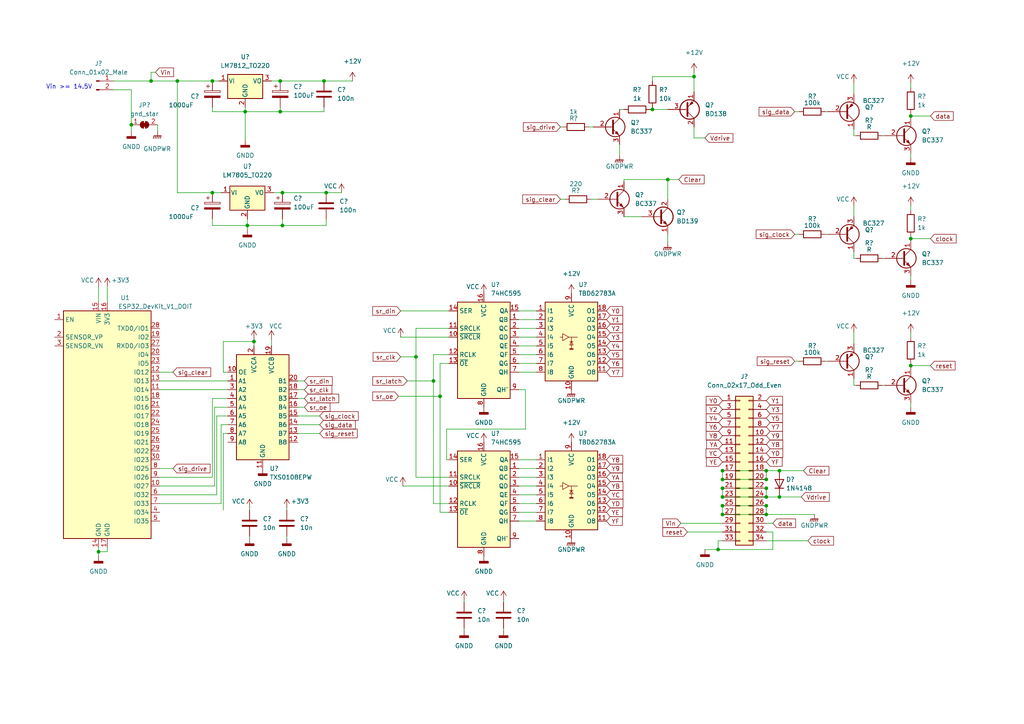
<source format=kicad_sch>
(kicad_sch (version 20211123) (generator eeschema)

  (uuid 80d89bc8-b809-4e58-bc5a-ab4fd0a46070)

  (paper "A4")

  

  (junction (at 61.595 23.495) (diameter 0) (color 0 0 0 0)
    (uuid 0a0d72ae-d11c-47d2-bf2c-107871a79d29)
  )
  (junction (at 209.55 136.525) (diameter 0) (color 0 0 0 0)
    (uuid 0ee9a6f9-733b-4eb5-9097-da08b625f4d0)
  )
  (junction (at 264.16 106.045) (diameter 0) (color 0 0 0 0)
    (uuid 1580fbc7-38b8-47f3-9bfd-55124a0fb65a)
  )
  (junction (at 209.55 144.145) (diameter 0) (color 0 0 0 0)
    (uuid 161a10ee-7b22-47c9-9e9c-53f177f13872)
  )
  (junction (at 81.915 55.88) (diameter 0) (color 0 0 0 0)
    (uuid 1674c21c-f029-4156-9d33-2a2e5a380493)
  )
  (junction (at 222.25 149.225) (diameter 0) (color 0 0 0 0)
    (uuid 18c71b36-e024-46e8-a54a-c9e48fc26834)
  )
  (junction (at 61.595 55.88) (diameter 0) (color 0 0 0 0)
    (uuid 2300b859-a34e-497a-b2f3-8add8d046207)
  )
  (junction (at 209.55 141.605) (diameter 0) (color 0 0 0 0)
    (uuid 262c933e-72b6-4ba0-8ef7-b5b9c2407842)
  )
  (junction (at 71.12 32.385) (diameter 0) (color 0 0 0 0)
    (uuid 29ea344a-3b9f-4d88-9599-a366f70a516d)
  )
  (junction (at 43.815 23.495) (diameter 0) (color 0 0 0 0)
    (uuid 2cb6c0df-bad4-435b-a872-ea8a2a54cdc7)
  )
  (junction (at 193.675 52.07) (diameter 0) (color 0 0 0 0)
    (uuid 31e57640-6623-442a-b674-48bc3b40ca71)
  )
  (junction (at 222.25 136.525) (diameter 0) (color 0 0 0 0)
    (uuid 32d2e4c2-6947-4e2f-9e34-508e77d02374)
  )
  (junction (at 189.23 31.75) (diameter 0) (color 0 0 0 0)
    (uuid 3d62f834-74e4-468a-a15d-553824edaedd)
  )
  (junction (at 222.25 144.145) (diameter 0) (color 0 0 0 0)
    (uuid 44b5058c-a197-4b73-b41a-38e734a5e3eb)
  )
  (junction (at 264.16 33.655) (diameter 0) (color 0 0 0 0)
    (uuid 47a0f057-4773-4f4c-9d58-68e0aa1f0d84)
  )
  (junction (at 209.55 146.685) (diameter 0) (color 0 0 0 0)
    (uuid 662aa996-ff67-4eba-93ee-57ffc8d1630b)
  )
  (junction (at 81.28 23.495) (diameter 0) (color 0 0 0 0)
    (uuid 6815f41c-593b-43b0-9179-ba5a1b3741f8)
  )
  (junction (at 81.28 32.385) (diameter 0) (color 0 0 0 0)
    (uuid 70d2a342-79ba-4299-bac6-66851fc9598d)
  )
  (junction (at 209.55 149.225) (diameter 0) (color 0 0 0 0)
    (uuid 71b08e21-22a5-44a8-b29b-5c553d5a1a83)
  )
  (junction (at 222.25 139.065) (diameter 0) (color 0 0 0 0)
    (uuid 74308b4c-b926-4f71-a496-f43c340efb08)
  )
  (junction (at 38.1 36.195) (diameter 0) (color 0 0 0 0)
    (uuid 7565d38a-47ae-492d-aa2d-71ec9545c80f)
  )
  (junction (at 81.915 65.405) (diameter 0) (color 0 0 0 0)
    (uuid 800df61a-c839-4ae2-9776-1c907dac8c19)
  )
  (junction (at 28.575 160.02) (diameter 0) (color 0 0 0 0)
    (uuid 8041ca59-ad9d-45e6-92de-4eaac532cf61)
  )
  (junction (at 226.06 144.145) (diameter 0) (color 0 0 0 0)
    (uuid 8510aa39-4c8f-46a4-b9e8-70869cf81d16)
  )
  (junction (at 125.73 110.49) (diameter 0) (color 0 0 0 0)
    (uuid 8e6813e0-724e-47e2-874c-9fc1828de9af)
  )
  (junction (at 73.66 99.06) (diameter 0) (color 0 0 0 0)
    (uuid 9f9f60ad-533a-44df-aa09-312f8817d3b2)
  )
  (junction (at 127.635 114.935) (diameter 0) (color 0 0 0 0)
    (uuid adac86a2-d060-40a4-8571-9fb35e3bb6b2)
  )
  (junction (at 71.755 65.405) (diameter 0) (color 0 0 0 0)
    (uuid b36f3659-8959-45bf-a984-dd34ffb12e95)
  )
  (junction (at 209.55 139.065) (diameter 0) (color 0 0 0 0)
    (uuid bb220b4e-1f14-461e-b9e5-cd475f011c41)
  )
  (junction (at 120.65 103.505) (diameter 0) (color 0 0 0 0)
    (uuid bd9d809b-2c43-449d-a4e3-77e2e87763da)
  )
  (junction (at 222.25 146.685) (diameter 0) (color 0 0 0 0)
    (uuid c68a64ca-7dc5-4a86-aa51-353d74916d24)
  )
  (junction (at 94.615 55.88) (diameter 0) (color 0 0 0 0)
    (uuid c6d7d5ca-ee84-4a75-a850-af840f3d2d00)
  )
  (junction (at 201.295 22.225) (diameter 0) (color 0 0 0 0)
    (uuid cc338c22-e0af-458c-bdbc-32a8e93a8314)
  )
  (junction (at 264.16 69.215) (diameter 0) (color 0 0 0 0)
    (uuid cdd83089-470f-41ea-b88a-ff3dcbbfe16c)
  )
  (junction (at 208.28 159.385) (diameter 0) (color 0 0 0 0)
    (uuid d3216c8a-1736-4439-8053-e7f15f85ecb0)
  )
  (junction (at 222.25 141.605) (diameter 0) (color 0 0 0 0)
    (uuid e14abb2a-f63c-43d6-83da-9affc0987943)
  )
  (junction (at 51.435 23.495) (diameter 0) (color 0 0 0 0)
    (uuid e8b499cc-63d4-418d-a0e3-3b0edcbf0124)
  )
  (junction (at 226.06 136.525) (diameter 0) (color 0 0 0 0)
    (uuid ebaee278-ea46-443c-b535-95069f8a9fef)
  )
  (junction (at 93.98 23.495) (diameter 0) (color 0 0 0 0)
    (uuid f4849bb7-199f-4377-899e-5661ecacab0f)
  )

  (wire (pts (xy 264.16 44.45) (xy 264.16 45.72))
    (stroke (width 0) (type default) (color 0 0 0 0))
    (uuid 018515c2-03e3-4de5-b13c-c0a4c0fd29ca)
  )
  (wire (pts (xy 86.36 113.03) (xy 88.265 113.03))
    (stroke (width 0) (type default) (color 0 0 0 0))
    (uuid 018da33a-ad14-407e-9df6-60b687972890)
  )
  (wire (pts (xy 86.36 123.19) (xy 92.71 123.19))
    (stroke (width 0) (type default) (color 0 0 0 0))
    (uuid 01ed6396-b8da-4070-878e-5ccc8dc9c875)
  )
  (wire (pts (xy 127.635 114.935) (xy 127.635 105.41))
    (stroke (width 0) (type default) (color 0 0 0 0))
    (uuid 028c11de-cc03-472d-8e08-3e2278c237d1)
  )
  (wire (pts (xy 116.205 103.505) (xy 120.65 103.505))
    (stroke (width 0) (type default) (color 0 0 0 0))
    (uuid 033e5e43-2be3-44a2-8a71-a604c3ee65c4)
  )
  (wire (pts (xy 64.135 146.05) (xy 64.135 123.19))
    (stroke (width 0) (type default) (color 0 0 0 0))
    (uuid 06bc59f1-1e4a-4d6d-b751-03b15a03be04)
  )
  (wire (pts (xy 81.28 32.385) (xy 71.12 32.385))
    (stroke (width 0) (type default) (color 0 0 0 0))
    (uuid 06c757dd-648c-4831-a5bf-b09ce6c877c0)
  )
  (wire (pts (xy 73.66 99.06) (xy 64.77 99.06))
    (stroke (width 0) (type default) (color 0 0 0 0))
    (uuid 073ecde1-b64a-4225-81ac-5f4bee4b2ae3)
  )
  (wire (pts (xy 72.39 155.575) (xy 72.39 156.21))
    (stroke (width 0) (type default) (color 0 0 0 0))
    (uuid 0b01debe-59bd-4aa4-af84-8e6bb8018975)
  )
  (wire (pts (xy 150.495 140.97) (xy 155.575 140.97))
    (stroke (width 0) (type default) (color 0 0 0 0))
    (uuid 0b8644da-6c48-459b-81f4-0d15cfb97cab)
  )
  (wire (pts (xy 81.28 23.495) (xy 93.98 23.495))
    (stroke (width 0) (type default) (color 0 0 0 0))
    (uuid 0bc3de64-b131-4968-9781-4bbd628c0f2a)
  )
  (wire (pts (xy 248.285 39.37) (xy 247.65 39.37))
    (stroke (width 0) (type default) (color 0 0 0 0))
    (uuid 0bf0b103-982b-4edb-8f3c-31b39c59173e)
  )
  (wire (pts (xy 61.595 32.385) (xy 61.595 31.115))
    (stroke (width 0) (type default) (color 0 0 0 0))
    (uuid 0bf99f6b-d6b1-4e85-977b-1eb74d487d62)
  )
  (wire (pts (xy 189.23 31.115) (xy 189.23 31.75))
    (stroke (width 0) (type default) (color 0 0 0 0))
    (uuid 0cd8465a-20a9-428e-a805-78b75348686f)
  )
  (wire (pts (xy 130.175 102.87) (xy 125.73 102.87))
    (stroke (width 0) (type default) (color 0 0 0 0))
    (uuid 0cdf8d28-c281-49de-8dce-5641a535029f)
  )
  (wire (pts (xy 62.865 120.65) (xy 62.865 143.51))
    (stroke (width 0) (type default) (color 0 0 0 0))
    (uuid 0ce30d4a-98ca-4f44-9194-9c4d52de1ec4)
  )
  (wire (pts (xy 86.36 110.49) (xy 88.265 110.49))
    (stroke (width 0) (type default) (color 0 0 0 0))
    (uuid 0d36ac52-396e-48e3-8392-93f9612cc854)
  )
  (wire (pts (xy 248.285 74.93) (xy 247.65 74.93))
    (stroke (width 0) (type default) (color 0 0 0 0))
    (uuid 0ed40224-3214-4204-b4dc-4d82d2408c00)
  )
  (wire (pts (xy 71.755 65.405) (xy 71.755 66.675))
    (stroke (width 0) (type default) (color 0 0 0 0))
    (uuid 10331b36-1e2d-49e5-8557-8a253a513ff9)
  )
  (wire (pts (xy 45.72 36.195) (xy 45.72 38.1))
    (stroke (width 0) (type default) (color 0 0 0 0))
    (uuid 17a8d555-3988-483a-8a2a-6e94db2fbf51)
  )
  (wire (pts (xy 264.16 116.84) (xy 264.16 118.11))
    (stroke (width 0) (type default) (color 0 0 0 0))
    (uuid 1ad1ee19-6da4-42de-9355-7e382a2cbdb4)
  )
  (wire (pts (xy 201.295 26.67) (xy 201.295 22.225))
    (stroke (width 0) (type default) (color 0 0 0 0))
    (uuid 1afcbe6c-1b42-494c-9f7a-d115602d9a9a)
  )
  (wire (pts (xy 118.11 110.49) (xy 125.73 110.49))
    (stroke (width 0) (type default) (color 0 0 0 0))
    (uuid 1bc588c6-924b-448a-a2a8-213258a41d82)
  )
  (wire (pts (xy 226.06 144.145) (xy 232.41 144.145))
    (stroke (width 0) (type default) (color 0 0 0 0))
    (uuid 1c50113e-3b89-42ea-b455-5213e5ee1482)
  )
  (wire (pts (xy 264.16 33.655) (xy 264.16 34.29))
    (stroke (width 0) (type default) (color 0 0 0 0))
    (uuid 1d48afd6-512a-495b-a043-15e44e76246e)
  )
  (wire (pts (xy 150.495 146.05) (xy 155.575 146.05))
    (stroke (width 0) (type default) (color 0 0 0 0))
    (uuid 1e8b3a30-e213-46e6-a855-309d5dc769a5)
  )
  (wire (pts (xy 71.755 63.5) (xy 71.755 65.405))
    (stroke (width 0) (type default) (color 0 0 0 0))
    (uuid 1f9c38f6-3cc6-4b48-b086-4be23ad5fe90)
  )
  (wire (pts (xy 247.65 24.13) (xy 247.65 27.305))
    (stroke (width 0) (type default) (color 0 0 0 0))
    (uuid 216326a2-8477-4b52-863f-684539c94e1b)
  )
  (wire (pts (xy 239.395 32.385) (xy 240.03 32.385))
    (stroke (width 0) (type default) (color 0 0 0 0))
    (uuid 2281516c-12c6-4f71-a4d7-1c10a4eb045f)
  )
  (wire (pts (xy 163.195 36.83) (xy 162.56 36.83))
    (stroke (width 0) (type default) (color 0 0 0 0))
    (uuid 24f3323b-ff04-4161-991f-3de863941c4b)
  )
  (wire (pts (xy 61.595 63.5) (xy 61.595 65.405))
    (stroke (width 0) (type default) (color 0 0 0 0))
    (uuid 265ecac5-9499-43ab-99bc-5c72917e4ca4)
  )
  (wire (pts (xy 46.355 138.43) (xy 61.595 138.43))
    (stroke (width 0) (type default) (color 0 0 0 0))
    (uuid 269fc16b-a1ed-4714-a09f-07f0146a81a3)
  )
  (wire (pts (xy 66.04 115.57) (xy 61.595 115.57))
    (stroke (width 0) (type default) (color 0 0 0 0))
    (uuid 29b7491b-11c6-4b03-8086-840cba8b3520)
  )
  (wire (pts (xy 150.495 92.71) (xy 155.575 92.71))
    (stroke (width 0) (type default) (color 0 0 0 0))
    (uuid 29eab619-690f-40eb-9cc2-f91e8d04312a)
  )
  (wire (pts (xy 150.495 133.35) (xy 155.575 133.35))
    (stroke (width 0) (type default) (color 0 0 0 0))
    (uuid 2a8b1789-6de2-4c22-b310-1a13f445ea38)
  )
  (wire (pts (xy 189.23 31.75) (xy 193.675 31.75))
    (stroke (width 0) (type default) (color 0 0 0 0))
    (uuid 2bd17819-1de8-42fb-8a2c-cbf38026b94d)
  )
  (wire (pts (xy 45.085 20.955) (xy 43.815 20.955))
    (stroke (width 0) (type default) (color 0 0 0 0))
    (uuid 2d083d33-5a5b-4490-a829-b4ba31c3d35a)
  )
  (wire (pts (xy 79.375 55.88) (xy 81.915 55.88))
    (stroke (width 0) (type default) (color 0 0 0 0))
    (uuid 2edb418f-c7a3-4348-9757-d7ddf42b2325)
  )
  (wire (pts (xy 94.615 63.5) (xy 94.615 65.405))
    (stroke (width 0) (type default) (color 0 0 0 0))
    (uuid 2ff923a5-3e65-4c5b-a8da-a3d43df967d8)
  )
  (wire (pts (xy 28.575 83.185) (xy 28.575 87.63))
    (stroke (width 0) (type default) (color 0 0 0 0))
    (uuid 312cb0c0-832a-432b-9ccf-92cc754f3d3c)
  )
  (wire (pts (xy 171.45 57.785) (xy 173.355 57.785))
    (stroke (width 0) (type default) (color 0 0 0 0))
    (uuid 34d234de-1b5f-432a-b5e8-57ee0e449662)
  )
  (wire (pts (xy 73.66 98.425) (xy 73.66 99.06))
    (stroke (width 0) (type default) (color 0 0 0 0))
    (uuid 380110a9-c9fd-490c-a19f-2af95e767a3c)
  )
  (wire (pts (xy 222.25 156.845) (xy 234.315 156.845))
    (stroke (width 0) (type default) (color 0 0 0 0))
    (uuid 382416ee-92db-493d-81a9-9aaca4dcef3e)
  )
  (wire (pts (xy 239.395 67.945) (xy 240.03 67.945))
    (stroke (width 0) (type default) (color 0 0 0 0))
    (uuid 3898a68d-02e5-4501-84ff-a6ae08f790de)
  )
  (wire (pts (xy 83.185 147.32) (xy 83.185 147.955))
    (stroke (width 0) (type default) (color 0 0 0 0))
    (uuid 397bec90-e045-4d8a-9136-1f2939d4914a)
  )
  (wire (pts (xy 127.635 148.59) (xy 127.635 114.935))
    (stroke (width 0) (type default) (color 0 0 0 0))
    (uuid 3bbf68ea-7ed7-41fa-ab37-bac2a0b6cdcf)
  )
  (wire (pts (xy 62.23 118.11) (xy 66.04 118.11))
    (stroke (width 0) (type default) (color 0 0 0 0))
    (uuid 3c68a9f5-e5e4-4fb5-8485-d346ab9df0a4)
  )
  (wire (pts (xy 94.615 55.88) (xy 99.06 55.88))
    (stroke (width 0) (type default) (color 0 0 0 0))
    (uuid 3d42c53d-63e5-4e4c-9b19-6db8f302d5ce)
  )
  (wire (pts (xy 224.155 159.385) (xy 208.28 159.385))
    (stroke (width 0) (type default) (color 0 0 0 0))
    (uuid 3d7ab83e-571c-4c95-baf0-e150a9f110dc)
  )
  (wire (pts (xy 46.355 146.05) (xy 64.135 146.05))
    (stroke (width 0) (type default) (color 0 0 0 0))
    (uuid 3f92db0e-37e8-4e6b-8ddb-77f86a17cfa8)
  )
  (wire (pts (xy 152.4 124.46) (xy 129.54 124.46))
    (stroke (width 0) (type default) (color 0 0 0 0))
    (uuid 3fe9a48b-78df-437a-8e66-5eedbd0469ad)
  )
  (wire (pts (xy 264.16 96.52) (xy 264.16 97.79))
    (stroke (width 0) (type default) (color 0 0 0 0))
    (uuid 4236ef43-ec1a-45ad-be89-091257bfcc41)
  )
  (wire (pts (xy 81.915 55.88) (xy 94.615 55.88))
    (stroke (width 0) (type default) (color 0 0 0 0))
    (uuid 46b09a85-042b-4d6a-8ba0-a7b9fa7f3c3b)
  )
  (wire (pts (xy 61.595 55.88) (xy 64.135 55.88))
    (stroke (width 0) (type default) (color 0 0 0 0))
    (uuid 46ee6bd4-13c7-46a5-b915-8cad87229b73)
  )
  (wire (pts (xy 255.905 74.93) (xy 256.54 74.93))
    (stroke (width 0) (type default) (color 0 0 0 0))
    (uuid 47c27c37-a56d-4a02-a656-4f1b3991cd61)
  )
  (wire (pts (xy 222.25 149.225) (xy 236.22 149.225))
    (stroke (width 0) (type default) (color 0 0 0 0))
    (uuid 47c3290a-9e30-48db-b33d-c84034fcef6a)
  )
  (wire (pts (xy 230.505 32.385) (xy 231.775 32.385))
    (stroke (width 0) (type default) (color 0 0 0 0))
    (uuid 4ba71937-e3d3-4510-af40-ec8e5b6c6d70)
  )
  (wire (pts (xy 134.62 182.245) (xy 134.62 182.88))
    (stroke (width 0) (type default) (color 0 0 0 0))
    (uuid 5177750f-571c-4f6b-a308-cd29b5a4c5aa)
  )
  (wire (pts (xy 264.16 59.69) (xy 264.16 60.96))
    (stroke (width 0) (type default) (color 0 0 0 0))
    (uuid 52e4bd15-3e6c-41b2-b4a2-7f2c0ec17451)
  )
  (wire (pts (xy 125.73 110.49) (xy 125.73 146.05))
    (stroke (width 0) (type default) (color 0 0 0 0))
    (uuid 5437e978-e155-4251-be05-1f8f1da457ff)
  )
  (wire (pts (xy 51.435 55.88) (xy 61.595 55.88))
    (stroke (width 0) (type default) (color 0 0 0 0))
    (uuid 55b2f02e-86b7-4438-bb56-53252363e756)
  )
  (wire (pts (xy 180.975 62.865) (xy 186.055 62.865))
    (stroke (width 0) (type default) (color 0 0 0 0))
    (uuid 56cc0992-caaa-4886-b3a0-83569530e5fd)
  )
  (wire (pts (xy 150.495 97.79) (xy 155.575 97.79))
    (stroke (width 0) (type default) (color 0 0 0 0))
    (uuid 5898dbdf-9a1b-4f4c-b476-84e70029b143)
  )
  (wire (pts (xy 222.25 151.765) (xy 224.155 151.765))
    (stroke (width 0) (type default) (color 0 0 0 0))
    (uuid 590b9b69-fddf-4bb0-97b9-514d4d5361b7)
  )
  (wire (pts (xy 209.55 139.065) (xy 222.25 139.065))
    (stroke (width 0) (type default) (color 0 0 0 0))
    (uuid 595e677f-ac79-4337-a30d-5791a17105ba)
  )
  (wire (pts (xy 64.77 125.73) (xy 64.77 147.955))
    (stroke (width 0) (type default) (color 0 0 0 0))
    (uuid 5a4d465d-e2fd-4ae8-aada-5d54b185331b)
  )
  (wire (pts (xy 71.12 32.385) (xy 61.595 32.385))
    (stroke (width 0) (type default) (color 0 0 0 0))
    (uuid 5a5ff805-77b4-4bff-9d87-bdd612c244af)
  )
  (wire (pts (xy 209.55 136.525) (xy 209.55 139.065))
    (stroke (width 0) (type default) (color 0 0 0 0))
    (uuid 5ba91c52-00e1-4a15-8118-4fb044fd7750)
  )
  (wire (pts (xy 180.975 52.07) (xy 180.975 52.705))
    (stroke (width 0) (type default) (color 0 0 0 0))
    (uuid 5daf7a98-fd2c-4c75-acf8-45bdfe325cd8)
  )
  (wire (pts (xy 224.155 154.305) (xy 224.155 159.385))
    (stroke (width 0) (type default) (color 0 0 0 0))
    (uuid 5e868172-3b0f-454a-8563-e61f7c4a96a5)
  )
  (wire (pts (xy 150.495 107.95) (xy 155.575 107.95))
    (stroke (width 0) (type default) (color 0 0 0 0))
    (uuid 5e921594-9080-46cf-a6f9-5c882aa7cc89)
  )
  (wire (pts (xy 189.23 22.225) (xy 189.23 23.495))
    (stroke (width 0) (type default) (color 0 0 0 0))
    (uuid 5ee0e005-6265-484f-9888-1738e2b8623c)
  )
  (wire (pts (xy 46.355 143.51) (xy 62.865 143.51))
    (stroke (width 0) (type default) (color 0 0 0 0))
    (uuid 60442db8-a728-4082-95ae-faba7332ddf2)
  )
  (wire (pts (xy 264.16 69.215) (xy 264.16 69.85))
    (stroke (width 0) (type default) (color 0 0 0 0))
    (uuid 616a7bc1-6ce1-47b7-95ec-6141d1f9fa34)
  )
  (wire (pts (xy 94.615 65.405) (xy 81.915 65.405))
    (stroke (width 0) (type default) (color 0 0 0 0))
    (uuid 62228e7c-6ee0-4568-b2e9-0ae3033d5d12)
  )
  (wire (pts (xy 209.55 141.605) (xy 222.25 141.605))
    (stroke (width 0) (type default) (color 0 0 0 0))
    (uuid 6443195e-942a-4781-9567-1dda5236a4ce)
  )
  (wire (pts (xy 38.1 26.035) (xy 33.02 26.035))
    (stroke (width 0) (type default) (color 0 0 0 0))
    (uuid 66205764-6d44-40a9-ab49-e9523492b6d3)
  )
  (wire (pts (xy 152.4 113.03) (xy 152.4 124.46))
    (stroke (width 0) (type default) (color 0 0 0 0))
    (uuid 67448d02-c24a-4fbd-86eb-62b4afaaf281)
  )
  (wire (pts (xy 43.815 23.495) (xy 51.435 23.495))
    (stroke (width 0) (type default) (color 0 0 0 0))
    (uuid 67b0d133-e14b-4b56-ad3d-b8acfd41fa33)
  )
  (wire (pts (xy 193.675 57.785) (xy 193.675 52.07))
    (stroke (width 0) (type default) (color 0 0 0 0))
    (uuid 67c4261e-1840-4307-a0ce-db8fec9bf59d)
  )
  (wire (pts (xy 46.355 135.89) (xy 50.165 135.89))
    (stroke (width 0) (type default) (color 0 0 0 0))
    (uuid 6818933f-696e-4b70-82de-b50bba43ab40)
  )
  (wire (pts (xy 125.73 102.87) (xy 125.73 110.49))
    (stroke (width 0) (type default) (color 0 0 0 0))
    (uuid 686e83b9-e037-49c8-ad11-c8c19317d5b9)
  )
  (wire (pts (xy 129.54 133.35) (xy 130.175 133.35))
    (stroke (width 0) (type default) (color 0 0 0 0))
    (uuid 6a278671-bb57-4d7f-93da-25ff82bbdce9)
  )
  (wire (pts (xy 230.505 104.775) (xy 231.775 104.775))
    (stroke (width 0) (type default) (color 0 0 0 0))
    (uuid 6a7581f1-19a0-44c2-b4ea-07d8e0fcccab)
  )
  (wire (pts (xy 93.98 32.385) (xy 81.28 32.385))
    (stroke (width 0) (type default) (color 0 0 0 0))
    (uuid 6b6a1787-eca0-44e3-bb15-f34a837dff7b)
  )
  (wire (pts (xy 222.25 141.605) (xy 222.25 144.145))
    (stroke (width 0) (type default) (color 0 0 0 0))
    (uuid 6b8df514-4e70-4053-b285-3466d197fa8e)
  )
  (wire (pts (xy 61.595 115.57) (xy 61.595 138.43))
    (stroke (width 0) (type default) (color 0 0 0 0))
    (uuid 6ba19dc2-dcae-4ffc-896d-cab4a78feb27)
  )
  (wire (pts (xy 31.115 83.185) (xy 31.115 87.63))
    (stroke (width 0) (type default) (color 0 0 0 0))
    (uuid 6cd6a7a3-8966-414b-860d-702e644cbd71)
  )
  (wire (pts (xy 209.55 149.225) (xy 222.25 149.225))
    (stroke (width 0) (type default) (color 0 0 0 0))
    (uuid 6f403bf0-b994-491b-865a-1df4622b3495)
  )
  (wire (pts (xy 264.16 106.045) (xy 264.16 106.68))
    (stroke (width 0) (type default) (color 0 0 0 0))
    (uuid 6f73bfc6-5a4c-4dc2-a227-6de1aa837a5e)
  )
  (wire (pts (xy 83.185 155.575) (xy 83.185 156.21))
    (stroke (width 0) (type default) (color 0 0 0 0))
    (uuid 70b436af-3a78-425e-99d8-c4b6cbcd7064)
  )
  (wire (pts (xy 115.57 114.935) (xy 127.635 114.935))
    (stroke (width 0) (type default) (color 0 0 0 0))
    (uuid 7459d32d-f597-4b69-a493-d44c833c9173)
  )
  (wire (pts (xy 209.55 146.685) (xy 209.55 149.225))
    (stroke (width 0) (type default) (color 0 0 0 0))
    (uuid 7632e4cf-d494-4b4c-988c-45ae2ee45d4b)
  )
  (wire (pts (xy 264.16 33.02) (xy 264.16 33.655))
    (stroke (width 0) (type default) (color 0 0 0 0))
    (uuid 76ca19e4-abe4-4901-8b82-7c2c26e8bc13)
  )
  (wire (pts (xy 93.98 23.495) (xy 102.235 23.495))
    (stroke (width 0) (type default) (color 0 0 0 0))
    (uuid 783702b8-a19d-4c24-9f0d-bab179115366)
  )
  (wire (pts (xy 150.495 138.43) (xy 155.575 138.43))
    (stroke (width 0) (type default) (color 0 0 0 0))
    (uuid 7eb96ad3-29fd-4b01-ba4f-5c1bb4e170e1)
  )
  (wire (pts (xy 134.62 173.99) (xy 134.62 174.625))
    (stroke (width 0) (type default) (color 0 0 0 0))
    (uuid 7ebf7075-7bdc-4f37-aab2-6bac1a336833)
  )
  (wire (pts (xy 150.495 100.33) (xy 155.575 100.33))
    (stroke (width 0) (type default) (color 0 0 0 0))
    (uuid 805df14c-dd12-4ea1-932f-320275d021fa)
  )
  (wire (pts (xy 179.705 41.91) (xy 179.705 45.085))
    (stroke (width 0) (type default) (color 0 0 0 0))
    (uuid 84f7265a-99ef-456f-9ac3-325fdeea13a4)
  )
  (wire (pts (xy 264.16 80.01) (xy 264.16 81.28))
    (stroke (width 0) (type default) (color 0 0 0 0))
    (uuid 850b879a-d6d9-45b5-8deb-79babffb8fe8)
  )
  (wire (pts (xy 78.74 23.495) (xy 81.28 23.495))
    (stroke (width 0) (type default) (color 0 0 0 0))
    (uuid 8521d2ea-1e6e-4355-b62e-45d892158a67)
  )
  (wire (pts (xy 204.47 159.385) (xy 208.28 159.385))
    (stroke (width 0) (type default) (color 0 0 0 0))
    (uuid 858107db-db9e-42c2-9bff-1a3c526c68a6)
  )
  (wire (pts (xy 116.84 140.97) (xy 130.175 140.97))
    (stroke (width 0) (type default) (color 0 0 0 0))
    (uuid 85a6b9e0-35d0-459c-83b0-7998429255dd)
  )
  (wire (pts (xy 129.54 124.46) (xy 129.54 133.35))
    (stroke (width 0) (type default) (color 0 0 0 0))
    (uuid 86a073d4-8cf7-4766-b6c6-91fc8dff211a)
  )
  (wire (pts (xy 208.28 159.385) (xy 208.28 156.845))
    (stroke (width 0) (type default) (color 0 0 0 0))
    (uuid 872055b8-73e5-4003-b906-380fc1fdedac)
  )
  (wire (pts (xy 46.355 113.03) (xy 66.04 113.03))
    (stroke (width 0) (type default) (color 0 0 0 0))
    (uuid 87ba2290-c1e3-4897-af0b-64f7494ade45)
  )
  (wire (pts (xy 197.485 151.765) (xy 209.55 151.765))
    (stroke (width 0) (type default) (color 0 0 0 0))
    (uuid 89455cb1-5724-49e7-800a-11435fd89420)
  )
  (wire (pts (xy 31.115 158.75) (xy 31.115 160.02))
    (stroke (width 0) (type default) (color 0 0 0 0))
    (uuid 8aa3b0e0-d66e-40c4-9189-fac4a359be9d)
  )
  (wire (pts (xy 150.495 151.13) (xy 155.575 151.13))
    (stroke (width 0) (type default) (color 0 0 0 0))
    (uuid 8b6f938b-f660-40e3-9d0b-c10fad9a568b)
  )
  (wire (pts (xy 248.285 111.76) (xy 247.65 111.76))
    (stroke (width 0) (type default) (color 0 0 0 0))
    (uuid 8b8538c4-c0a1-4ec3-9918-89c2da18d7e1)
  )
  (wire (pts (xy 78.74 98.425) (xy 78.74 100.33))
    (stroke (width 0) (type default) (color 0 0 0 0))
    (uuid 90a88a7e-0490-4a8f-b70c-92d0a3ba155e)
  )
  (wire (pts (xy 239.395 104.775) (xy 240.03 104.775))
    (stroke (width 0) (type default) (color 0 0 0 0))
    (uuid 92050885-77de-4dbb-b1c0-8074b20f0ad7)
  )
  (wire (pts (xy 64.135 123.19) (xy 66.04 123.19))
    (stroke (width 0) (type default) (color 0 0 0 0))
    (uuid 928db154-085e-407b-8ca4-b46950d5bb42)
  )
  (wire (pts (xy 120.65 103.505) (xy 120.65 138.43))
    (stroke (width 0) (type default) (color 0 0 0 0))
    (uuid 92c43f9e-a6bb-4e7c-bc50-ff5dd5de760f)
  )
  (wire (pts (xy 222.25 144.145) (xy 226.06 144.145))
    (stroke (width 0) (type default) (color 0 0 0 0))
    (uuid 938d1b33-2709-4876-a4db-788569b218a8)
  )
  (wire (pts (xy 64.77 107.95) (xy 66.04 107.95))
    (stroke (width 0) (type default) (color 0 0 0 0))
    (uuid 93a4d88e-bc96-4dfa-9e44-3eb80a73e779)
  )
  (wire (pts (xy 222.25 136.525) (xy 222.25 139.065))
    (stroke (width 0) (type default) (color 0 0 0 0))
    (uuid 97f949d9-5feb-4fc6-ad1e-2ce37c503179)
  )
  (wire (pts (xy 93.98 31.115) (xy 93.98 32.385))
    (stroke (width 0) (type default) (color 0 0 0 0))
    (uuid 981d2819-63d9-4641-95e1-e8a734fd78c0)
  )
  (wire (pts (xy 247.65 59.69) (xy 247.65 62.865))
    (stroke (width 0) (type default) (color 0 0 0 0))
    (uuid 98f7daa8-6b05-44c2-8d46-bd4da99370b0)
  )
  (wire (pts (xy 43.815 20.955) (xy 43.815 23.495))
    (stroke (width 0) (type default) (color 0 0 0 0))
    (uuid 996ab8b0-eba3-4863-9ce7-48af80a42d6c)
  )
  (wire (pts (xy 264.16 33.655) (xy 269.875 33.655))
    (stroke (width 0) (type default) (color 0 0 0 0))
    (uuid 9ef71133-0280-45ff-ae15-1a3cd7c163fc)
  )
  (wire (pts (xy 222.25 136.525) (xy 226.06 136.525))
    (stroke (width 0) (type default) (color 0 0 0 0))
    (uuid 9ff7da25-ceaa-4f88-8e32-8cc80b8562ad)
  )
  (wire (pts (xy 46.355 140.97) (xy 62.23 140.97))
    (stroke (width 0) (type default) (color 0 0 0 0))
    (uuid a156f89a-6f27-4fc9-81fa-2b954353981f)
  )
  (wire (pts (xy 146.05 182.245) (xy 146.05 182.88))
    (stroke (width 0) (type default) (color 0 0 0 0))
    (uuid a1cffb09-cc31-4c18-85ad-1768f0ef954e)
  )
  (wire (pts (xy 193.675 52.07) (xy 180.975 52.07))
    (stroke (width 0) (type default) (color 0 0 0 0))
    (uuid a2527cfc-0995-4609-b9da-8b5652c1decb)
  )
  (wire (pts (xy 33.02 23.495) (xy 43.815 23.495))
    (stroke (width 0) (type default) (color 0 0 0 0))
    (uuid a3e34f36-98cc-4876-9aba-f8f0c4324c32)
  )
  (wire (pts (xy 180.975 31.75) (xy 179.705 31.75))
    (stroke (width 0) (type default) (color 0 0 0 0))
    (uuid ab38ac8c-d772-4e31-8ef8-dea419571927)
  )
  (wire (pts (xy 208.28 156.845) (xy 209.55 156.845))
    (stroke (width 0) (type default) (color 0 0 0 0))
    (uuid ad9ec1bf-2c27-41d7-9ab0-2b6ec57d31f5)
  )
  (wire (pts (xy 38.1 26.035) (xy 38.1 36.195))
    (stroke (width 0) (type default) (color 0 0 0 0))
    (uuid af4287af-e66b-480f-822e-d0ffb08f6407)
  )
  (wire (pts (xy 264.16 68.58) (xy 264.16 69.215))
    (stroke (width 0) (type default) (color 0 0 0 0))
    (uuid af56e0f6-2afa-4c55-a98c-26a10671cdbc)
  )
  (wire (pts (xy 46.355 110.49) (xy 66.04 110.49))
    (stroke (width 0) (type default) (color 0 0 0 0))
    (uuid b16e7e6c-d815-44ec-9b6e-3bdeba9596c2)
  )
  (wire (pts (xy 199.39 154.305) (xy 209.55 154.305))
    (stroke (width 0) (type default) (color 0 0 0 0))
    (uuid b1dd2fa6-6ced-4610-9c9a-e0f5131a40b7)
  )
  (wire (pts (xy 209.55 141.605) (xy 209.55 144.145))
    (stroke (width 0) (type default) (color 0 0 0 0))
    (uuid b20227fb-9ae1-4b16-9c95-e5177d42f2f7)
  )
  (wire (pts (xy 150.495 148.59) (xy 155.575 148.59))
    (stroke (width 0) (type default) (color 0 0 0 0))
    (uuid b332478a-3546-4092-9f1e-828135d83b9d)
  )
  (wire (pts (xy 120.65 138.43) (xy 130.175 138.43))
    (stroke (width 0) (type default) (color 0 0 0 0))
    (uuid b3bfab97-a514-4793-9a93-fd3af7546170)
  )
  (wire (pts (xy 150.495 105.41) (xy 155.575 105.41))
    (stroke (width 0) (type default) (color 0 0 0 0))
    (uuid b4e7b94f-534c-4414-8157-ef498f08874b)
  )
  (wire (pts (xy 51.435 55.88) (xy 51.435 23.495))
    (stroke (width 0) (type default) (color 0 0 0 0))
    (uuid b6da8327-0bdc-4ca9-9cd6-3d9f90f4f8e6)
  )
  (wire (pts (xy 146.05 173.99) (xy 146.05 174.625))
    (stroke (width 0) (type default) (color 0 0 0 0))
    (uuid b8a1aaea-5458-4315-a4a3-ea2e36c384e4)
  )
  (wire (pts (xy 28.575 160.02) (xy 28.575 161.29))
    (stroke (width 0) (type default) (color 0 0 0 0))
    (uuid b96ec42c-6d52-4a9e-8c13-935f6c256e7e)
  )
  (wire (pts (xy 170.815 36.83) (xy 172.085 36.83))
    (stroke (width 0) (type default) (color 0 0 0 0))
    (uuid b9708401-1e0e-4c4f-9dbd-fa7c4bf38260)
  )
  (wire (pts (xy 264.16 69.215) (xy 269.875 69.215))
    (stroke (width 0) (type default) (color 0 0 0 0))
    (uuid b99b98e8-feff-44c7-a789-0ef3bb7d1d9a)
  )
  (wire (pts (xy 86.36 118.11) (xy 88.265 118.11))
    (stroke (width 0) (type default) (color 0 0 0 0))
    (uuid bbe60993-b495-4cc0-91ed-cb63482e4322)
  )
  (wire (pts (xy 120.65 95.25) (xy 120.65 103.505))
    (stroke (width 0) (type default) (color 0 0 0 0))
    (uuid bd8f8ee9-9791-4f2a-8061-cae7132af4b3)
  )
  (wire (pts (xy 66.04 125.73) (xy 64.77 125.73))
    (stroke (width 0) (type default) (color 0 0 0 0))
    (uuid beaf8fa1-72b4-4456-8cad-4cdae7739152)
  )
  (wire (pts (xy 61.595 23.495) (xy 63.5 23.495))
    (stroke (width 0) (type default) (color 0 0 0 0))
    (uuid bed5de69-8c88-43f0-90cf-6f23f777f07a)
  )
  (wire (pts (xy 61.595 65.405) (xy 71.755 65.405))
    (stroke (width 0) (type default) (color 0 0 0 0))
    (uuid bf05fea5-85b1-470f-81a3-2c2cab69bbf4)
  )
  (wire (pts (xy 193.675 67.945) (xy 193.675 70.485))
    (stroke (width 0) (type default) (color 0 0 0 0))
    (uuid c4c61379-d58f-4ee8-91d6-79854ad80d46)
  )
  (wire (pts (xy 264.16 24.13) (xy 264.16 25.4))
    (stroke (width 0) (type default) (color 0 0 0 0))
    (uuid c4f19120-1cc7-4d1e-8a6f-1a7ad19cd8df)
  )
  (wire (pts (xy 130.175 95.25) (xy 120.65 95.25))
    (stroke (width 0) (type default) (color 0 0 0 0))
    (uuid c5391dea-0827-4f3a-a0e7-3fa9f2476bcb)
  )
  (wire (pts (xy 150.495 102.87) (xy 155.575 102.87))
    (stroke (width 0) (type default) (color 0 0 0 0))
    (uuid c5525d37-b5a6-432c-b624-165109f49879)
  )
  (wire (pts (xy 255.905 39.37) (xy 256.54 39.37))
    (stroke (width 0) (type default) (color 0 0 0 0))
    (uuid c5bbf62e-4451-498b-a8e5-2619eedebe7e)
  )
  (wire (pts (xy 38.1 36.195) (xy 38.1 38.1))
    (stroke (width 0) (type default) (color 0 0 0 0))
    (uuid c624f26d-7588-4e30-86ea-a253e490a5e5)
  )
  (wire (pts (xy 81.28 31.115) (xy 81.28 32.385))
    (stroke (width 0) (type default) (color 0 0 0 0))
    (uuid c6776444-35d7-4b85-8eca-ec957061d448)
  )
  (wire (pts (xy 71.12 31.115) (xy 71.12 32.385))
    (stroke (width 0) (type default) (color 0 0 0 0))
    (uuid c71e288d-e5e7-4813-85e1-25d2a4d0370b)
  )
  (wire (pts (xy 81.915 63.5) (xy 81.915 65.405))
    (stroke (width 0) (type default) (color 0 0 0 0))
    (uuid c92852e3-9852-4870-abb3-11d335fb88ca)
  )
  (wire (pts (xy 62.23 140.97) (xy 62.23 118.11))
    (stroke (width 0) (type default) (color 0 0 0 0))
    (uuid cafa8c9f-fcc4-4b99-b95b-06e8fe608d2e)
  )
  (wire (pts (xy 264.16 105.41) (xy 264.16 106.045))
    (stroke (width 0) (type default) (color 0 0 0 0))
    (uuid cc5dc00c-4275-4d35-8092-803f33dbe938)
  )
  (wire (pts (xy 255.905 111.76) (xy 256.54 111.76))
    (stroke (width 0) (type default) (color 0 0 0 0))
    (uuid cce46085-ea65-47a2-aa68-1d4afd3f94e3)
  )
  (wire (pts (xy 150.495 135.89) (xy 155.575 135.89))
    (stroke (width 0) (type default) (color 0 0 0 0))
    (uuid ce38409b-66c5-4e71-8a5d-38ace26c9e11)
  )
  (wire (pts (xy 86.36 115.57) (xy 88.265 115.57))
    (stroke (width 0) (type default) (color 0 0 0 0))
    (uuid cef64064-7509-4733-9265-4d925eaeb628)
  )
  (wire (pts (xy 150.495 143.51) (xy 155.575 143.51))
    (stroke (width 0) (type default) (color 0 0 0 0))
    (uuid cfcdde6c-21e8-4c04-8183-5244fb1829c3)
  )
  (wire (pts (xy 150.495 95.25) (xy 155.575 95.25))
    (stroke (width 0) (type default) (color 0 0 0 0))
    (uuid d0c8ff72-4499-4f04-a35a-93039bdf43c2)
  )
  (wire (pts (xy 204.47 40.005) (xy 201.295 40.005))
    (stroke (width 0) (type default) (color 0 0 0 0))
    (uuid d35145b0-9fe7-47b4-9eae-6dae2a2e82c8)
  )
  (wire (pts (xy 209.55 136.525) (xy 222.25 136.525))
    (stroke (width 0) (type default) (color 0 0 0 0))
    (uuid d3617c5e-5c8c-455f-93b2-c52386c0990b)
  )
  (wire (pts (xy 230.505 67.945) (xy 231.775 67.945))
    (stroke (width 0) (type default) (color 0 0 0 0))
    (uuid d4e1cb95-826d-463b-a710-a762df7509a3)
  )
  (wire (pts (xy 201.295 40.005) (xy 201.295 36.83))
    (stroke (width 0) (type default) (color 0 0 0 0))
    (uuid d68dfa1a-6f7b-4a40-bc8b-23c277fa6a7a)
  )
  (wire (pts (xy 46.355 107.95) (xy 50.165 107.95))
    (stroke (width 0) (type default) (color 0 0 0 0))
    (uuid d71502e1-2cee-41c6-9d4d-9201b3b7937e)
  )
  (wire (pts (xy 247.65 111.76) (xy 247.65 109.855))
    (stroke (width 0) (type default) (color 0 0 0 0))
    (uuid d7574965-1573-4de6-be9d-3e6f46837e25)
  )
  (wire (pts (xy 66.04 120.65) (xy 62.865 120.65))
    (stroke (width 0) (type default) (color 0 0 0 0))
    (uuid d7aba425-e81d-41b2-8e8a-8596e726a19b)
  )
  (wire (pts (xy 64.77 99.06) (xy 64.77 107.95))
    (stroke (width 0) (type default) (color 0 0 0 0))
    (uuid d9c912a3-06c0-4168-927b-7cfcf4f74f00)
  )
  (wire (pts (xy 127.635 105.41) (xy 130.175 105.41))
    (stroke (width 0) (type default) (color 0 0 0 0))
    (uuid d9e1330a-7e59-4003-997f-eb878df15a68)
  )
  (wire (pts (xy 162.56 57.785) (xy 163.83 57.785))
    (stroke (width 0) (type default) (color 0 0 0 0))
    (uuid daeb2806-ded4-4125-b9e8-92776ce7b136)
  )
  (wire (pts (xy 222.25 149.225) (xy 222.25 146.685))
    (stroke (width 0) (type default) (color 0 0 0 0))
    (uuid db0f10c2-336a-4902-ba45-3ca554f1cc6b)
  )
  (wire (pts (xy 247.65 96.52) (xy 247.65 99.695))
    (stroke (width 0) (type default) (color 0 0 0 0))
    (uuid dbe4d691-ad38-44af-a500-1cd724f34f29)
  )
  (wire (pts (xy 71.12 32.385) (xy 71.12 40.64))
    (stroke (width 0) (type default) (color 0 0 0 0))
    (uuid e096505c-b703-43e9-a19b-8c820c6b3f2f)
  )
  (wire (pts (xy 201.295 22.225) (xy 189.23 22.225))
    (stroke (width 0) (type default) (color 0 0 0 0))
    (uuid e1bfd4ae-d605-4766-8121-0c19c5218aac)
  )
  (wire (pts (xy 86.36 120.65) (xy 92.71 120.65))
    (stroke (width 0) (type default) (color 0 0 0 0))
    (uuid e2295c4d-30e1-42f4-b406-bca16f58b32c)
  )
  (wire (pts (xy 130.175 148.59) (xy 127.635 148.59))
    (stroke (width 0) (type default) (color 0 0 0 0))
    (uuid e2df2a53-347e-4941-a60f-b20a164e5fd5)
  )
  (wire (pts (xy 116.205 90.17) (xy 130.175 90.17))
    (stroke (width 0) (type default) (color 0 0 0 0))
    (uuid e32ca46b-3b6e-49a0-b0cf-95238fe4d8b2)
  )
  (wire (pts (xy 209.55 146.685) (xy 222.25 146.685))
    (stroke (width 0) (type default) (color 0 0 0 0))
    (uuid e50ca3d5-9405-40e6-ba13-e0bf467137fb)
  )
  (wire (pts (xy 71.755 65.405) (xy 81.915 65.405))
    (stroke (width 0) (type default) (color 0 0 0 0))
    (uuid e70ec677-060b-4455-93e8-71df902eaf59)
  )
  (wire (pts (xy 264.16 106.045) (xy 269.875 106.045))
    (stroke (width 0) (type default) (color 0 0 0 0))
    (uuid e72f37cd-99a1-41f1-8f9e-e5b9f5bbe70d)
  )
  (wire (pts (xy 193.675 52.07) (xy 196.85 52.07))
    (stroke (width 0) (type default) (color 0 0 0 0))
    (uuid e7831392-f964-41d1-a0e3-8461d1958a35)
  )
  (wire (pts (xy 86.36 125.73) (xy 92.71 125.73))
    (stroke (width 0) (type default) (color 0 0 0 0))
    (uuid e834f5f1-a6e1-450b-a421-2659b5002892)
  )
  (wire (pts (xy 247.65 39.37) (xy 247.65 37.465))
    (stroke (width 0) (type default) (color 0 0 0 0))
    (uuid e8af0f1f-a00e-49fd-8e88-f2be42fa84af)
  )
  (wire (pts (xy 150.495 113.03) (xy 152.4 113.03))
    (stroke (width 0) (type default) (color 0 0 0 0))
    (uuid e8dd2910-0c86-4110-ad19-fe507c4435d5)
  )
  (wire (pts (xy 209.55 144.145) (xy 222.25 144.145))
    (stroke (width 0) (type default) (color 0 0 0 0))
    (uuid e92835ad-0612-4dd7-b65c-f5423c1fe014)
  )
  (wire (pts (xy 116.205 97.79) (xy 130.175 97.79))
    (stroke (width 0) (type default) (color 0 0 0 0))
    (uuid ecc5f73f-e45d-40ed-9861-0d51a8914ec7)
  )
  (wire (pts (xy 188.595 31.75) (xy 189.23 31.75))
    (stroke (width 0) (type default) (color 0 0 0 0))
    (uuid ecfde0b2-924f-4e2e-8a46-a9693501ae9c)
  )
  (wire (pts (xy 51.435 23.495) (xy 61.595 23.495))
    (stroke (width 0) (type default) (color 0 0 0 0))
    (uuid ed9ab9c4-985b-48f5-8a1a-4086679daf24)
  )
  (wire (pts (xy 201.295 20.955) (xy 201.295 22.225))
    (stroke (width 0) (type default) (color 0 0 0 0))
    (uuid eece9d5f-24b4-4f2e-b7cd-68e22e3934df)
  )
  (wire (pts (xy 150.495 90.17) (xy 155.575 90.17))
    (stroke (width 0) (type default) (color 0 0 0 0))
    (uuid f146cd15-b3e2-498d-825b-df9b32440015)
  )
  (wire (pts (xy 222.25 154.305) (xy 224.155 154.305))
    (stroke (width 0) (type default) (color 0 0 0 0))
    (uuid f2291ee9-6ce1-46af-a1d1-127782b51e9e)
  )
  (wire (pts (xy 28.575 158.75) (xy 28.575 160.02))
    (stroke (width 0) (type default) (color 0 0 0 0))
    (uuid f38dfd20-b66b-4ac9-8ad1-a73e24a6c114)
  )
  (wire (pts (xy 125.73 146.05) (xy 130.175 146.05))
    (stroke (width 0) (type default) (color 0 0 0 0))
    (uuid f8ab7e9f-8f4b-4bfe-9d09-1575d8ae6c83)
  )
  (wire (pts (xy 226.06 136.525) (xy 233.045 136.525))
    (stroke (width 0) (type default) (color 0 0 0 0))
    (uuid f910943f-b679-4b14-8e75-deb91247ceae)
  )
  (wire (pts (xy 247.65 74.93) (xy 247.65 73.025))
    (stroke (width 0) (type default) (color 0 0 0 0))
    (uuid f9dc71c9-ee0f-4dd5-a379-2989f43c889b)
  )
  (wire (pts (xy 31.115 160.02) (xy 28.575 160.02))
    (stroke (width 0) (type default) (color 0 0 0 0))
    (uuid fa4d9f1b-2062-402e-a16e-bf55db7f0549)
  )
  (wire (pts (xy 73.66 99.06) (xy 73.66 100.33))
    (stroke (width 0) (type default) (color 0 0 0 0))
    (uuid fb7a1a67-22ed-448d-8923-992ebe1f1bd4)
  )
  (wire (pts (xy 72.39 147.32) (xy 72.39 147.955))
    (stroke (width 0) (type default) (color 0 0 0 0))
    (uuid fe934e8a-4a4e-44ff-be9a-b8122219bc64)
  )

  (text "Vin >= 14.5V" (at 13.335 26.035 0)
    (effects (font (size 1.27 1.27)) (justify left bottom))
    (uuid 4b83862e-3ecd-4e46-936d-eb3c75672377)
  )

  (global_label "Y1" (shape input) (at 222.25 116.205 0) (fields_autoplaced)
    (effects (font (size 1.27 1.27)) (justify left))
    (uuid 023cfcdf-7442-4984-8567-bb5ca9925ef6)
    (property "Intersheet References" "${INTERSHEET_REFS}" (id 0) (at 226.9612 116.1256 0)
      (effects (font (size 1.27 1.27)) (justify left) hide)
    )
  )
  (global_label "data" (shape input) (at 269.875 33.655 0) (fields_autoplaced)
    (effects (font (size 1.27 1.27)) (justify left))
    (uuid 02867fea-123c-4d93-b3d3-2c0b887fc42c)
    (property "Intersheet References" "${INTERSHEET_REFS}" (id 0) (at 276.461 33.5756 0)
      (effects (font (size 1.27 1.27)) (justify left) hide)
    )
  )
  (global_label "Y4" (shape input) (at 209.55 121.285 180) (fields_autoplaced)
    (effects (font (size 1.27 1.27)) (justify right))
    (uuid 06c7296f-01e5-4540-8470-feb9a7c9f6e0)
    (property "Intersheet References" "${INTERSHEET_REFS}" (id 0) (at 204.8388 121.2056 0)
      (effects (font (size 1.27 1.27)) (justify right) hide)
    )
  )
  (global_label "Y8" (shape input) (at 175.895 133.35 0) (fields_autoplaced)
    (effects (font (size 1.27 1.27)) (justify left))
    (uuid 0cdf1114-2d7e-4768-a8b4-bb7909cbfbd7)
    (property "Intersheet References" "${INTERSHEET_REFS}" (id 0) (at 180.6062 133.4294 0)
      (effects (font (size 1.27 1.27)) (justify left) hide)
    )
  )
  (global_label "Vdrive" (shape input) (at 232.41 144.145 0) (fields_autoplaced)
    (effects (font (size 1.27 1.27)) (justify left))
    (uuid 0ffa94f3-4000-48b8-bf84-3636fe09ee79)
    (property "Intersheet References" "${INTERSHEET_REFS}" (id 0) (at 240.5079 144.0656 0)
      (effects (font (size 1.27 1.27)) (justify left) hide)
    )
  )
  (global_label "sig_data" (shape input) (at 230.505 32.385 180) (fields_autoplaced)
    (effects (font (size 1.27 1.27)) (justify right))
    (uuid 14b634db-f8dd-47d9-af85-be651d02121b)
    (property "Intersheet References" "${INTERSHEET_REFS}" (id 0) (at 220.1695 32.3056 0)
      (effects (font (size 1.27 1.27)) (justify right) hide)
    )
  )
  (global_label "Y4" (shape input) (at 175.895 100.33 0) (fields_autoplaced)
    (effects (font (size 1.27 1.27)) (justify left))
    (uuid 153317bc-b8a3-4787-bbf0-c85ebadceeb3)
    (property "Intersheet References" "${INTERSHEET_REFS}" (id 0) (at 180.6062 100.4094 0)
      (effects (font (size 1.27 1.27)) (justify left) hide)
    )
  )
  (global_label "YC" (shape input) (at 175.895 143.51 0) (fields_autoplaced)
    (effects (font (size 1.27 1.27)) (justify left))
    (uuid 185c75a9-e61e-4b8d-832b-bf885e5e4072)
    (property "Intersheet References" "${INTERSHEET_REFS}" (id 0) (at 180.6667 143.5894 0)
      (effects (font (size 1.27 1.27)) (justify left) hide)
    )
  )
  (global_label "Y7" (shape input) (at 175.895 107.95 0) (fields_autoplaced)
    (effects (font (size 1.27 1.27)) (justify left))
    (uuid 1c9bd7a6-a402-4dd2-9038-86f15fec33a9)
    (property "Intersheet References" "${INTERSHEET_REFS}" (id 0) (at 180.6062 107.8706 0)
      (effects (font (size 1.27 1.27)) (justify left) hide)
    )
  )
  (global_label "YE" (shape input) (at 175.895 148.59 0) (fields_autoplaced)
    (effects (font (size 1.27 1.27)) (justify left))
    (uuid 1d193eb3-769d-4274-a853-de7caa8398fc)
    (property "Intersheet References" "${INTERSHEET_REFS}" (id 0) (at 180.5457 148.6694 0)
      (effects (font (size 1.27 1.27)) (justify left) hide)
    )
  )
  (global_label "sig_drive" (shape input) (at 162.56 36.83 180) (fields_autoplaced)
    (effects (font (size 1.27 1.27)) (justify right))
    (uuid 24745a8c-8947-416d-9512-664034622da6)
    (property "Intersheet References" "${INTERSHEET_REFS}" (id 0) (at 151.8012 36.9094 0)
      (effects (font (size 1.27 1.27)) (justify right) hide)
    )
  )
  (global_label "Clear" (shape input) (at 233.045 136.525 0) (fields_autoplaced)
    (effects (font (size 1.27 1.27)) (justify left))
    (uuid 27552a01-3154-4885-8c8c-9c331dee61fb)
    (property "Intersheet References" "${INTERSHEET_REFS}" (id 0) (at 240.4171 136.4456 0)
      (effects (font (size 1.27 1.27)) (justify left) hide)
    )
  )
  (global_label "clock" (shape input) (at 234.315 156.845 0) (fields_autoplaced)
    (effects (font (size 1.27 1.27)) (justify left))
    (uuid 28bbe561-1052-4fe8-a894-ad71a954011d)
    (property "Intersheet References" "${INTERSHEET_REFS}" (id 0) (at 241.7476 156.7656 0)
      (effects (font (size 1.27 1.27)) (justify left) hide)
    )
  )
  (global_label "sr_din" (shape input) (at 88.265 110.49 0) (fields_autoplaced)
    (effects (font (size 1.27 1.27)) (justify left))
    (uuid 2ecb9c1d-d332-419c-a102-78d5ffe1cafd)
    (property "Intersheet References" "${INTERSHEET_REFS}" (id 0) (at 96.3629 110.5694 0)
      (effects (font (size 1.27 1.27)) (justify left) hide)
    )
  )
  (global_label "Clear" (shape input) (at 196.85 52.07 0) (fields_autoplaced)
    (effects (font (size 1.27 1.27)) (justify left))
    (uuid 32032bd9-abcd-4918-80eb-4de478741e96)
    (property "Intersheet References" "${INTERSHEET_REFS}" (id 0) (at 204.2221 51.9906 0)
      (effects (font (size 1.27 1.27)) (justify left) hide)
    )
  )
  (global_label "clock" (shape input) (at 269.875 69.215 0) (fields_autoplaced)
    (effects (font (size 1.27 1.27)) (justify left))
    (uuid 42e9197a-bc68-45b0-a6dd-67fbb71a87ae)
    (property "Intersheet References" "${INTERSHEET_REFS}" (id 0) (at 277.3076 69.1356 0)
      (effects (font (size 1.27 1.27)) (justify left) hide)
    )
  )
  (global_label "reset" (shape input) (at 199.39 154.305 180) (fields_autoplaced)
    (effects (font (size 1.27 1.27)) (justify right))
    (uuid 4911fb62-9dc5-4eb0-88dd-ddeb84eb55f4)
    (property "Intersheet References" "${INTERSHEET_REFS}" (id 0) (at 192.2598 154.2256 0)
      (effects (font (size 1.27 1.27)) (justify right) hide)
    )
  )
  (global_label "Y2" (shape input) (at 209.55 118.745 180) (fields_autoplaced)
    (effects (font (size 1.27 1.27)) (justify right))
    (uuid 4a21b442-1b57-4298-bd17-79ec6b4a0036)
    (property "Intersheet References" "${INTERSHEET_REFS}" (id 0) (at 204.8388 118.6656 0)
      (effects (font (size 1.27 1.27)) (justify right) hide)
    )
  )
  (global_label "Y6" (shape input) (at 175.895 105.41 0) (fields_autoplaced)
    (effects (font (size 1.27 1.27)) (justify left))
    (uuid 4f358d88-18b6-48bb-9882-fd370db96291)
    (property "Intersheet References" "${INTERSHEET_REFS}" (id 0) (at 180.6062 105.4894 0)
      (effects (font (size 1.27 1.27)) (justify left) hide)
    )
  )
  (global_label "Y8" (shape input) (at 209.55 126.365 180) (fields_autoplaced)
    (effects (font (size 1.27 1.27)) (justify right))
    (uuid 591046a1-fc4d-4765-a4ec-191895d6d4b9)
    (property "Intersheet References" "${INTERSHEET_REFS}" (id 0) (at 204.8388 126.2856 0)
      (effects (font (size 1.27 1.27)) (justify right) hide)
    )
  )
  (global_label "YF" (shape input) (at 222.25 133.985 0) (fields_autoplaced)
    (effects (font (size 1.27 1.27)) (justify left))
    (uuid 5b2dfb49-65ca-41a1-90bf-f32f5171e7be)
    (property "Intersheet References" "${INTERSHEET_REFS}" (id 0) (at 226.8402 133.9056 0)
      (effects (font (size 1.27 1.27)) (justify left) hide)
    )
  )
  (global_label "sig_clock" (shape input) (at 230.505 67.945 180) (fields_autoplaced)
    (effects (font (size 1.27 1.27)) (justify right))
    (uuid 6140c367-bafa-4216-aefb-6f6d31030bb8)
    (property "Intersheet References" "${INTERSHEET_REFS}" (id 0) (at 219.3229 67.8656 0)
      (effects (font (size 1.27 1.27)) (justify right) hide)
    )
  )
  (global_label "sig_reset" (shape input) (at 230.505 104.775 180) (fields_autoplaced)
    (effects (font (size 1.27 1.27)) (justify right))
    (uuid 669dfe78-69cd-46f9-98e2-68c9e403c642)
    (property "Intersheet References" "${INTERSHEET_REFS}" (id 0) (at 219.6252 104.6956 0)
      (effects (font (size 1.27 1.27)) (justify right) hide)
    )
  )
  (global_label "Y2" (shape input) (at 175.895 95.25 0) (fields_autoplaced)
    (effects (font (size 1.27 1.27)) (justify left))
    (uuid 68f22a2f-2d63-490e-a26a-c3c83a5bba6e)
    (property "Intersheet References" "${INTERSHEET_REFS}" (id 0) (at 180.6062 95.3294 0)
      (effects (font (size 1.27 1.27)) (justify left) hide)
    )
  )
  (global_label "YE" (shape input) (at 209.55 133.985 180) (fields_autoplaced)
    (effects (font (size 1.27 1.27)) (justify right))
    (uuid 70536c86-1d64-4275-abd5-68e37f3265b8)
    (property "Intersheet References" "${INTERSHEET_REFS}" (id 0) (at 204.8993 133.9056 0)
      (effects (font (size 1.27 1.27)) (justify right) hide)
    )
  )
  (global_label "Y9" (shape input) (at 222.25 126.365 0) (fields_autoplaced)
    (effects (font (size 1.27 1.27)) (justify left))
    (uuid 725c140b-6ecc-4d1c-b7df-e7220bd226d3)
    (property "Intersheet References" "${INTERSHEET_REFS}" (id 0) (at 226.9612 126.2856 0)
      (effects (font (size 1.27 1.27)) (justify left) hide)
    )
  )
  (global_label "sr_oe" (shape input) (at 88.265 118.11 0) (fields_autoplaced)
    (effects (font (size 1.27 1.27)) (justify left))
    (uuid 775d8239-d07c-4344-8631-88c10b77098e)
    (property "Intersheet References" "${INTERSHEET_REFS}" (id 0) (at 95.6976 118.1894 0)
      (effects (font (size 1.27 1.27)) (justify left) hide)
    )
  )
  (global_label "sr_oe" (shape input) (at 115.57 114.935 180) (fields_autoplaced)
    (effects (font (size 1.27 1.27)) (justify right))
    (uuid 79be10a0-96ec-42bb-836f-5e76476137f0)
    (property "Intersheet References" "${INTERSHEET_REFS}" (id 0) (at 108.1374 114.8556 0)
      (effects (font (size 1.27 1.27)) (justify right) hide)
    )
  )
  (global_label "YB" (shape input) (at 222.25 128.905 0) (fields_autoplaced)
    (effects (font (size 1.27 1.27)) (justify left))
    (uuid 79d493cc-b256-47da-a943-f64f2dcd919e)
    (property "Intersheet References" "${INTERSHEET_REFS}" (id 0) (at 227.0217 128.8256 0)
      (effects (font (size 1.27 1.27)) (justify left) hide)
    )
  )
  (global_label "sr_latch" (shape input) (at 88.265 115.57 0) (fields_autoplaced)
    (effects (font (size 1.27 1.27)) (justify left))
    (uuid 81027b9e-28f0-4e62-acfb-9c25cfcb3b10)
    (property "Intersheet References" "${INTERSHEET_REFS}" (id 0) (at 98.2376 115.6494 0)
      (effects (font (size 1.27 1.27)) (justify left) hide)
    )
  )
  (global_label "Y3" (shape input) (at 222.25 118.745 0) (fields_autoplaced)
    (effects (font (size 1.27 1.27)) (justify left))
    (uuid 84422c39-e5cb-4c49-a0aa-8a189796d39b)
    (property "Intersheet References" "${INTERSHEET_REFS}" (id 0) (at 226.9612 118.6656 0)
      (effects (font (size 1.27 1.27)) (justify left) hide)
    )
  )
  (global_label "YC" (shape input) (at 209.55 131.445 180) (fields_autoplaced)
    (effects (font (size 1.27 1.27)) (justify right))
    (uuid 88f39882-3fff-437c-aa57-010860079125)
    (property "Intersheet References" "${INTERSHEET_REFS}" (id 0) (at 204.7783 131.3656 0)
      (effects (font (size 1.27 1.27)) (justify right) hide)
    )
  )
  (global_label "Y0" (shape input) (at 175.895 90.17 0) (fields_autoplaced)
    (effects (font (size 1.27 1.27)) (justify left))
    (uuid 8c52bed3-c531-48b3-afd8-c6a3b7935755)
    (property "Intersheet References" "${INTERSHEET_REFS}" (id 0) (at 180.6062 90.2494 0)
      (effects (font (size 1.27 1.27)) (justify left) hide)
    )
  )
  (global_label "YA" (shape input) (at 175.895 138.43 0) (fields_autoplaced)
    (effects (font (size 1.27 1.27)) (justify left))
    (uuid 8d1e5392-6739-40ad-bb5d-20fe4cc8a055)
    (property "Intersheet References" "${INTERSHEET_REFS}" (id 0) (at 180.4852 138.5094 0)
      (effects (font (size 1.27 1.27)) (justify left) hide)
    )
  )
  (global_label "sig_clear" (shape input) (at 50.165 107.95 0) (fields_autoplaced)
    (effects (font (size 1.27 1.27)) (justify left))
    (uuid 8f69f0f3-8ee7-4c80-8f15-e6d207358f38)
    (property "Intersheet References" "${INTERSHEET_REFS}" (id 0) (at 61.1052 108.0294 0)
      (effects (font (size 1.27 1.27)) (justify left) hide)
    )
  )
  (global_label "sig_clock" (shape input) (at 92.71 120.65 0) (fields_autoplaced)
    (effects (font (size 1.27 1.27)) (justify left))
    (uuid a0f90338-7e88-460b-a702-52ae9847f639)
    (property "Intersheet References" "${INTERSHEET_REFS}" (id 0) (at 103.8921 120.7294 0)
      (effects (font (size 1.27 1.27)) (justify left) hide)
    )
  )
  (global_label "Y5" (shape input) (at 222.25 121.285 0) (fields_autoplaced)
    (effects (font (size 1.27 1.27)) (justify left))
    (uuid a451866a-b7a8-4f6b-b25c-f0381b6d777e)
    (property "Intersheet References" "${INTERSHEET_REFS}" (id 0) (at 226.9612 121.2056 0)
      (effects (font (size 1.27 1.27)) (justify left) hide)
    )
  )
  (global_label "YF" (shape input) (at 175.895 151.13 0) (fields_autoplaced)
    (effects (font (size 1.27 1.27)) (justify left))
    (uuid a7d88cc2-8eed-41ec-bdfb-03f65db266b1)
    (property "Intersheet References" "${INTERSHEET_REFS}" (id 0) (at 180.4852 151.0506 0)
      (effects (font (size 1.27 1.27)) (justify left) hide)
    )
  )
  (global_label "Y7" (shape input) (at 222.25 123.825 0) (fields_autoplaced)
    (effects (font (size 1.27 1.27)) (justify left))
    (uuid a8becca9-8691-4934-a567-7134a99656bc)
    (property "Intersheet References" "${INTERSHEET_REFS}" (id 0) (at 226.9612 123.7456 0)
      (effects (font (size 1.27 1.27)) (justify left) hide)
    )
  )
  (global_label "YA" (shape input) (at 209.55 128.905 180) (fields_autoplaced)
    (effects (font (size 1.27 1.27)) (justify right))
    (uuid ae0fcb59-767c-4164-a2cd-435ecb234511)
    (property "Intersheet References" "${INTERSHEET_REFS}" (id 0) (at 204.9598 128.8256 0)
      (effects (font (size 1.27 1.27)) (justify right) hide)
    )
  )
  (global_label "Y5" (shape input) (at 175.895 102.87 0) (fields_autoplaced)
    (effects (font (size 1.27 1.27)) (justify left))
    (uuid b8b619c1-b808-4769-a88a-1646d39bd09d)
    (property "Intersheet References" "${INTERSHEET_REFS}" (id 0) (at 180.6062 102.7906 0)
      (effects (font (size 1.27 1.27)) (justify left) hide)
    )
  )
  (global_label "sig_clear" (shape input) (at 162.56 57.785 180) (fields_autoplaced)
    (effects (font (size 1.27 1.27)) (justify right))
    (uuid bcb424d6-60c0-4d6a-a5f2-8a57da5213ee)
    (property "Intersheet References" "${INTERSHEET_REFS}" (id 0) (at 151.6198 57.7056 0)
      (effects (font (size 1.27 1.27)) (justify right) hide)
    )
  )
  (global_label "Y3" (shape input) (at 175.895 97.79 0) (fields_autoplaced)
    (effects (font (size 1.27 1.27)) (justify left))
    (uuid becb2d1c-d49c-429a-a0b0-33101e91b4c8)
    (property "Intersheet References" "${INTERSHEET_REFS}" (id 0) (at 180.6062 97.7106 0)
      (effects (font (size 1.27 1.27)) (justify left) hide)
    )
  )
  (global_label "Y1" (shape input) (at 175.895 92.71 0) (fields_autoplaced)
    (effects (font (size 1.27 1.27)) (justify left))
    (uuid c4f02c0a-5520-4d42-a8f0-ab8b0ff2d63d)
    (property "Intersheet References" "${INTERSHEET_REFS}" (id 0) (at 180.6062 92.6306 0)
      (effects (font (size 1.27 1.27)) (justify left) hide)
    )
  )
  (global_label "Vdrive" (shape input) (at 204.47 40.005 0) (fields_autoplaced)
    (effects (font (size 1.27 1.27)) (justify left))
    (uuid cbe7d2e6-1b94-422a-a1f2-c24d4e60e3bf)
    (property "Intersheet References" "${INTERSHEET_REFS}" (id 0) (at 212.5679 39.9256 0)
      (effects (font (size 1.27 1.27)) (justify left) hide)
    )
  )
  (global_label "YD" (shape input) (at 175.895 146.05 0) (fields_autoplaced)
    (effects (font (size 1.27 1.27)) (justify left))
    (uuid cfcf2e68-9c71-4cf9-a97f-8ce75b4a3370)
    (property "Intersheet References" "${INTERSHEET_REFS}" (id 0) (at 180.6667 145.9706 0)
      (effects (font (size 1.27 1.27)) (justify left) hide)
    )
  )
  (global_label "data" (shape input) (at 224.155 151.765 0) (fields_autoplaced)
    (effects (font (size 1.27 1.27)) (justify left))
    (uuid d2876b17-bc70-458b-8a6f-4dae831ccb88)
    (property "Intersheet References" "${INTERSHEET_REFS}" (id 0) (at 230.741 151.6856 0)
      (effects (font (size 1.27 1.27)) (justify left) hide)
    )
  )
  (global_label "Y9" (shape input) (at 175.895 135.89 0) (fields_autoplaced)
    (effects (font (size 1.27 1.27)) (justify left))
    (uuid d3c4767c-afb3-41d1-afa9-9c059dc9f4cc)
    (property "Intersheet References" "${INTERSHEET_REFS}" (id 0) (at 180.6062 135.8106 0)
      (effects (font (size 1.27 1.27)) (justify left) hide)
    )
  )
  (global_label "Y0" (shape input) (at 209.55 116.205 180) (fields_autoplaced)
    (effects (font (size 1.27 1.27)) (justify right))
    (uuid d3df4788-5895-4100-8a55-f85d3de748bb)
    (property "Intersheet References" "${INTERSHEET_REFS}" (id 0) (at 204.8388 116.1256 0)
      (effects (font (size 1.27 1.27)) (justify right) hide)
    )
  )
  (global_label "sr_latch" (shape input) (at 118.11 110.49 180) (fields_autoplaced)
    (effects (font (size 1.27 1.27)) (justify right))
    (uuid d4a7bc36-4044-405c-9a7b-3f7aa73739b2)
    (property "Intersheet References" "${INTERSHEET_REFS}" (id 0) (at 108.1374 110.4106 0)
      (effects (font (size 1.27 1.27)) (justify right) hide)
    )
  )
  (global_label "Vin" (shape input) (at 45.085 20.955 0) (fields_autoplaced)
    (effects (font (size 1.27 1.27)) (justify left))
    (uuid d605f50e-70b7-4a44-9b3b-54ada7fdad27)
    (property "Intersheet References" "${INTERSHEET_REFS}" (id 0) (at 50.3405 21.0344 0)
      (effects (font (size 1.27 1.27)) (justify left) hide)
    )
  )
  (global_label "sig_data" (shape input) (at 92.71 123.19 0) (fields_autoplaced)
    (effects (font (size 1.27 1.27)) (justify left))
    (uuid d7d7d1db-6133-456f-9d07-575efb961ef4)
    (property "Intersheet References" "${INTERSHEET_REFS}" (id 0) (at 103.0455 123.2694 0)
      (effects (font (size 1.27 1.27)) (justify left) hide)
    )
  )
  (global_label "YB" (shape input) (at 175.895 140.97 0) (fields_autoplaced)
    (effects (font (size 1.27 1.27)) (justify left))
    (uuid d853300d-b5a8-4ec8-b17d-b8f67158d5b2)
    (property "Intersheet References" "${INTERSHEET_REFS}" (id 0) (at 180.6667 140.8906 0)
      (effects (font (size 1.27 1.27)) (justify left) hide)
    )
  )
  (global_label "YD" (shape input) (at 222.25 131.445 0) (fields_autoplaced)
    (effects (font (size 1.27 1.27)) (justify left))
    (uuid da7f0c6d-cef6-4c16-aaae-cd0694d06999)
    (property "Intersheet References" "${INTERSHEET_REFS}" (id 0) (at 227.0217 131.3656 0)
      (effects (font (size 1.27 1.27)) (justify left) hide)
    )
  )
  (global_label "Y6" (shape input) (at 209.55 123.825 180) (fields_autoplaced)
    (effects (font (size 1.27 1.27)) (justify right))
    (uuid e11594c3-c385-4c9d-b537-cdba391dc0af)
    (property "Intersheet References" "${INTERSHEET_REFS}" (id 0) (at 204.8388 123.7456 0)
      (effects (font (size 1.27 1.27)) (justify right) hide)
    )
  )
  (global_label "reset" (shape input) (at 269.875 106.045 0) (fields_autoplaced)
    (effects (font (size 1.27 1.27)) (justify left))
    (uuid e60d9563-28af-46a0-bd03-72f5f6b32808)
    (property "Intersheet References" "${INTERSHEET_REFS}" (id 0) (at 277.0052 106.1244 0)
      (effects (font (size 1.27 1.27)) (justify left) hide)
    )
  )
  (global_label "sr_din" (shape input) (at 116.205 90.17 180) (fields_autoplaced)
    (effects (font (size 1.27 1.27)) (justify right))
    (uuid e7a3707f-936c-4818-918d-97c6690cea2c)
    (property "Intersheet References" "${INTERSHEET_REFS}" (id 0) (at 108.1071 90.0906 0)
      (effects (font (size 1.27 1.27)) (justify right) hide)
    )
  )
  (global_label "sr_clk" (shape input) (at 88.265 113.03 0) (fields_autoplaced)
    (effects (font (size 1.27 1.27)) (justify left))
    (uuid eebde36a-9cda-4459-a53c-7536d0998b53)
    (property "Intersheet References" "${INTERSHEET_REFS}" (id 0) (at 96.2419 113.1094 0)
      (effects (font (size 1.27 1.27)) (justify left) hide)
    )
  )
  (global_label "sig_reset" (shape input) (at 92.71 125.73 0) (fields_autoplaced)
    (effects (font (size 1.27 1.27)) (justify left))
    (uuid f5469899-860e-42ab-9ef9-f8eca8f1eb52)
    (property "Intersheet References" "${INTERSHEET_REFS}" (id 0) (at 103.5898 125.8094 0)
      (effects (font (size 1.27 1.27)) (justify left) hide)
    )
  )
  (global_label "Vin" (shape input) (at 197.485 151.765 180) (fields_autoplaced)
    (effects (font (size 1.27 1.27)) (justify right))
    (uuid f5cfd9b8-3f52-4160-aed3-bdd22577515a)
    (property "Intersheet References" "${INTERSHEET_REFS}" (id 0) (at 192.2295 151.6856 0)
      (effects (font (size 1.27 1.27)) (justify right) hide)
    )
  )
  (global_label "sr_clk" (shape input) (at 116.205 103.505 180) (fields_autoplaced)
    (effects (font (size 1.27 1.27)) (justify right))
    (uuid fbc513ff-4f9b-4265-9ce5-2e43991489ab)
    (property "Intersheet References" "${INTERSHEET_REFS}" (id 0) (at 108.2281 103.4256 0)
      (effects (font (size 1.27 1.27)) (justify right) hide)
    )
  )
  (global_label "sig_drive" (shape input) (at 50.165 135.89 0) (fields_autoplaced)
    (effects (font (size 1.27 1.27)) (justify left))
    (uuid fe461f9e-8872-4eeb-8d68-b955cde1b938)
    (property "Intersheet References" "${INTERSHEET_REFS}" (id 0) (at 60.9238 135.8106 0)
      (effects (font (size 1.27 1.27)) (justify left) hide)
    )
  )

  (symbol (lib_id "Device:R") (at 189.23 27.305 180) (unit 1)
    (in_bom yes) (on_board yes) (fields_autoplaced)
    (uuid 0176cc66-cd80-400f-bc85-bfaac9adcfd9)
    (property "Reference" "R?" (id 0) (at 191.135 26.0349 0)
      (effects (font (size 1.27 1.27)) (justify right))
    )
    (property "Value" "10k" (id 1) (at 191.135 28.5749 0)
      (effects (font (size 1.27 1.27)) (justify right))
    )
    (property "Footprint" "" (id 2) (at 191.008 27.305 90)
      (effects (font (size 1.27 1.27)) hide)
    )
    (property "Datasheet" "~" (id 3) (at 189.23 27.305 0)
      (effects (font (size 1.27 1.27)) hide)
    )
    (pin "1" (uuid c65e67cd-6f46-4adc-a379-a60a99a46285))
    (pin "2" (uuid b6c88e78-8b2a-4226-b381-aad477840e54))
  )

  (symbol (lib_id "power:VCC") (at 247.65 59.69 0) (unit 1)
    (in_bom yes) (on_board yes)
    (uuid 026f2f67-ffbb-4c49-8bfe-397523f25066)
    (property "Reference" "#PWR?" (id 0) (at 247.65 63.5 0)
      (effects (font (size 1.27 1.27)) hide)
    )
    (property "Value" "VCC" (id 1) (at 244.475 57.785 0))
    (property "Footprint" "" (id 2) (at 247.65 59.69 0)
      (effects (font (size 1.27 1.27)) hide)
    )
    (property "Datasheet" "" (id 3) (at 247.65 59.69 0)
      (effects (font (size 1.27 1.27)) hide)
    )
    (pin "1" (uuid e6403b74-661a-4d01-92ab-5432c241b7f6))
  )

  (symbol (lib_id "power:VCC") (at 99.06 55.88 0) (unit 1)
    (in_bom yes) (on_board yes)
    (uuid 086c2229-31de-4ed2-8971-dba30c70f20e)
    (property "Reference" "#PWR?" (id 0) (at 99.06 59.69 0)
      (effects (font (size 1.27 1.27)) hide)
    )
    (property "Value" "VCC" (id 1) (at 95.885 53.975 0))
    (property "Footprint" "" (id 2) (at 99.06 55.88 0)
      (effects (font (size 1.27 1.27)) hide)
    )
    (property "Datasheet" "" (id 3) (at 99.06 55.88 0)
      (effects (font (size 1.27 1.27)) hide)
    )
    (pin "1" (uuid 6e134f4f-34b6-4cea-9a3f-422025702f57))
  )

  (symbol (lib_id "Device:C_Polarized") (at 61.595 27.305 0) (unit 1)
    (in_bom yes) (on_board yes)
    (uuid 0b9f965f-41de-4a95-8659-eee26cc1b427)
    (property "Reference" "C?" (id 0) (at 55.245 27.94 0)
      (effects (font (size 1.27 1.27)) (justify left))
    )
    (property "Value" "1000uF" (id 1) (at 48.895 30.48 0)
      (effects (font (size 1.27 1.27)) (justify left))
    )
    (property "Footprint" "" (id 2) (at 62.5602 31.115 0)
      (effects (font (size 1.27 1.27)) hide)
    )
    (property "Datasheet" "~" (id 3) (at 61.595 27.305 0)
      (effects (font (size 1.27 1.27)) hide)
    )
    (pin "1" (uuid 862996e4-eca7-4591-8920-287809694fd2))
    (pin "2" (uuid de9e2acb-8d31-43c2-b7f5-86ce1ebc27c1))
  )

  (symbol (lib_id "power:+12V") (at 201.295 20.955 0) (unit 1)
    (in_bom yes) (on_board yes) (fields_autoplaced)
    (uuid 0dfe86a8-031e-4483-aaf9-e09aaeb4a441)
    (property "Reference" "#PWR?" (id 0) (at 201.295 24.765 0)
      (effects (font (size 1.27 1.27)) hide)
    )
    (property "Value" "+12V" (id 1) (at 201.295 15.24 0))
    (property "Footprint" "" (id 2) (at 201.295 20.955 0)
      (effects (font (size 1.27 1.27)) hide)
    )
    (property "Datasheet" "" (id 3) (at 201.295 20.955 0)
      (effects (font (size 1.27 1.27)) hide)
    )
    (pin "1" (uuid d579ee64-22c7-4e64-b3dd-ec1836a93e6c))
  )

  (symbol (lib_id "Jumper:SolderJumper_2_Bridged") (at 41.91 36.195 0) (unit 1)
    (in_bom yes) (on_board yes) (fields_autoplaced)
    (uuid 12567919-3aa3-4980-9160-98be87bb7c20)
    (property "Reference" "JP?" (id 0) (at 41.91 30.48 0))
    (property "Value" "gnd_star" (id 1) (at 41.91 33.02 0))
    (property "Footprint" "" (id 2) (at 41.91 36.195 0)
      (effects (font (size 1.27 1.27)) hide)
    )
    (property "Datasheet" "~" (id 3) (at 41.91 36.195 0)
      (effects (font (size 1.27 1.27)) hide)
    )
    (pin "1" (uuid 41127af3-ed5c-4e5e-b4f8-b81c7ba7711e))
    (pin "2" (uuid 97760f01-8676-4afb-80ed-173966735a22))
  )

  (symbol (lib_id "power:VCC") (at 28.575 83.185 0) (unit 1)
    (in_bom yes) (on_board yes)
    (uuid 13f925c0-777c-4549-8b93-b616c668894c)
    (property "Reference" "#PWR?" (id 0) (at 28.575 86.995 0)
      (effects (font (size 1.27 1.27)) hide)
    )
    (property "Value" "VCC" (id 1) (at 25.4 81.28 0))
    (property "Footprint" "" (id 2) (at 28.575 83.185 0)
      (effects (font (size 1.27 1.27)) hide)
    )
    (property "Datasheet" "" (id 3) (at 28.575 83.185 0)
      (effects (font (size 1.27 1.27)) hide)
    )
    (pin "1" (uuid 4bcd2a60-520e-4a07-9514-fac3ce21fc46))
  )

  (symbol (lib_id "Device:R") (at 264.16 101.6 0) (unit 1)
    (in_bom yes) (on_board yes) (fields_autoplaced)
    (uuid 14ea5d5d-e4bf-41bd-95d5-d3a806b97989)
    (property "Reference" "R?" (id 0) (at 266.065 100.3299 0)
      (effects (font (size 1.27 1.27)) (justify left))
    )
    (property "Value" "1k" (id 1) (at 266.065 102.8699 0)
      (effects (font (size 1.27 1.27)) (justify left))
    )
    (property "Footprint" "" (id 2) (at 262.382 101.6 90)
      (effects (font (size 1.27 1.27)) hide)
    )
    (property "Datasheet" "~" (id 3) (at 264.16 101.6 0)
      (effects (font (size 1.27 1.27)) hide)
    )
    (pin "1" (uuid aa2a2f66-2ee6-4253-8c8b-48d8d2bea289))
    (pin "2" (uuid 37247a70-d6cf-454f-bca2-7e48f8a94d21))
  )

  (symbol (lib_id "Transistor_Array:TBD62783A") (at 165.735 140.97 0) (unit 1)
    (in_bom yes) (on_board yes) (fields_autoplaced)
    (uuid 17493e73-b4dd-41ae-aab7-6ee8e0ef613f)
    (property "Reference" "U?" (id 0) (at 167.7544 125.73 0)
      (effects (font (size 1.27 1.27)) (justify left))
    )
    (property "Value" "TBD62783A" (id 1) (at 167.7544 128.27 0)
      (effects (font (size 1.27 1.27)) (justify left))
    )
    (property "Footprint" "" (id 2) (at 165.735 154.94 0)
      (effects (font (size 1.27 1.27)) hide)
    )
    (property "Datasheet" "http://toshiba.semicon-storage.com/info/docget.jsp?did=30523&prodName=TBD62783APG" (id 3) (at 158.115 130.81 0)
      (effects (font (size 1.27 1.27)) hide)
    )
    (pin "1" (uuid 74989e8e-9aeb-4b0c-ae15-1ebf5194dbce))
    (pin "10" (uuid 08ac2594-8f20-47c3-a0dc-7cf473b22ec7))
    (pin "11" (uuid e48152eb-e213-43a6-8efc-8763a978f65a))
    (pin "12" (uuid 3dacfb15-e6ca-4df4-8f62-325b5d2b849c))
    (pin "13" (uuid a553e04d-815c-42ec-82e6-9af06bff8f72))
    (pin "14" (uuid c3dff355-5769-40cd-bd82-029c796faccc))
    (pin "15" (uuid 6cd2a775-fb7d-476a-ba1f-10a9c6234317))
    (pin "16" (uuid d3b1a705-d3e8-4c30-814f-f03109da4254))
    (pin "17" (uuid 89f2c24f-113e-4902-9629-a47e75ad2d94))
    (pin "18" (uuid a6ee4dfa-5d0b-42e9-8b1f-6f9223af5df6))
    (pin "2" (uuid 4c83b9cc-412c-494b-aba9-b422a6c62f77))
    (pin "3" (uuid 3fa42ca2-eba2-4633-85b6-1df7764831bf))
    (pin "4" (uuid 54740c1f-ca5c-4e62-8bed-a2ffd7fe24bd))
    (pin "5" (uuid e91e0901-048d-4cc1-82ff-a51e1090e4e5))
    (pin "6" (uuid b4635ebc-a7e9-4720-9856-0ad13ab07b46))
    (pin "7" (uuid 9aa062b3-dce0-4ae7-8356-15f795b4422d))
    (pin "8" (uuid 5c96f0a7-6e3c-4620-92c2-fcd551f6f2ed))
    (pin "9" (uuid c35bdb7e-587d-4970-9458-40c463a342b3))
  )

  (symbol (lib_id "Transistor_BJT:BC337") (at 261.62 39.37 0) (unit 1)
    (in_bom yes) (on_board yes) (fields_autoplaced)
    (uuid 1dd0b1dd-2c3f-46d7-8ca1-52566adfca1a)
    (property "Reference" "Q?" (id 0) (at 267.335 38.0999 0)
      (effects (font (size 1.27 1.27)) (justify left))
    )
    (property "Value" "BC337" (id 1) (at 267.335 40.6399 0)
      (effects (font (size 1.27 1.27)) (justify left))
    )
    (property "Footprint" "Package_TO_SOT_THT:TO-92_Inline" (id 2) (at 266.7 41.275 0)
      (effects (font (size 1.27 1.27) italic) (justify left) hide)
    )
    (property "Datasheet" "https://diotec.com/tl_files/diotec/files/pdf/datasheets/bc337.pdf" (id 3) (at 261.62 39.37 0)
      (effects (font (size 1.27 1.27)) (justify left) hide)
    )
    (pin "1" (uuid b8b524fc-70bb-4264-92c4-5bc9db262207))
    (pin "2" (uuid 1e06c9e6-366b-417b-8a41-9660091ed416))
    (pin "3" (uuid 695aa0eb-02f6-48e0-a97d-ea604daf74ae))
  )

  (symbol (lib_id "power:+12V") (at 264.16 59.69 0) (unit 1)
    (in_bom yes) (on_board yes) (fields_autoplaced)
    (uuid 236b8de4-dd24-4ad3-854a-52e42e1b4ff6)
    (property "Reference" "#PWR?" (id 0) (at 264.16 63.5 0)
      (effects (font (size 1.27 1.27)) hide)
    )
    (property "Value" "+12V" (id 1) (at 264.16 53.975 0))
    (property "Footprint" "" (id 2) (at 264.16 59.69 0)
      (effects (font (size 1.27 1.27)) hide)
    )
    (property "Datasheet" "" (id 3) (at 264.16 59.69 0)
      (effects (font (size 1.27 1.27)) hide)
    )
    (pin "1" (uuid 29dc9272-d9e4-4ae4-a42f-17f0f26a32a5))
  )

  (symbol (lib_id "Device:C") (at 72.39 151.765 0) (unit 1)
    (in_bom yes) (on_board yes) (fields_autoplaced)
    (uuid 2584869f-9c79-4bf0-90ab-b40f812e5c6e)
    (property "Reference" "C?" (id 0) (at 76.2 150.4949 0)
      (effects (font (size 1.27 1.27)) (justify left))
    )
    (property "Value" "10n" (id 1) (at 76.2 153.0349 0)
      (effects (font (size 1.27 1.27)) (justify left))
    )
    (property "Footprint" "" (id 2) (at 73.3552 155.575 0)
      (effects (font (size 1.27 1.27)) hide)
    )
    (property "Datasheet" "~" (id 3) (at 72.39 151.765 0)
      (effects (font (size 1.27 1.27)) hide)
    )
    (pin "1" (uuid 6053c44c-5a13-467b-a302-d31a5d231b89))
    (pin "2" (uuid 54abed07-7661-4bc4-92b3-1a23f3a115e1))
  )

  (symbol (lib_id "power:+3V3") (at 31.115 83.185 0) (unit 1)
    (in_bom yes) (on_board yes)
    (uuid 27a05854-ba70-4895-badc-332f1f19d396)
    (property "Reference" "#PWR?" (id 0) (at 31.115 86.995 0)
      (effects (font (size 1.27 1.27)) hide)
    )
    (property "Value" "+3V3" (id 1) (at 34.925 81.28 0))
    (property "Footprint" "" (id 2) (at 31.115 83.185 0)
      (effects (font (size 1.27 1.27)) hide)
    )
    (property "Datasheet" "" (id 3) (at 31.115 83.185 0)
      (effects (font (size 1.27 1.27)) hide)
    )
    (pin "1" (uuid 5da6a0e5-59b5-42ea-b7ab-566beeafb3fe))
  )

  (symbol (lib_id "power:VCC") (at 146.05 173.99 0) (unit 1)
    (in_bom yes) (on_board yes)
    (uuid 2baa10bc-eecb-4a55-8ee9-28f703e4bf21)
    (property "Reference" "#PWR?" (id 0) (at 146.05 177.8 0)
      (effects (font (size 1.27 1.27)) hide)
    )
    (property "Value" "VCC" (id 1) (at 142.875 172.085 0))
    (property "Footprint" "" (id 2) (at 146.05 173.99 0)
      (effects (font (size 1.27 1.27)) hide)
    )
    (property "Datasheet" "" (id 3) (at 146.05 173.99 0)
      (effects (font (size 1.27 1.27)) hide)
    )
    (pin "1" (uuid 088310ac-cac7-42e2-a2c4-9fc064b4980c))
  )

  (symbol (lib_id "power:GNDD") (at 71.12 40.64 0) (unit 1)
    (in_bom yes) (on_board yes) (fields_autoplaced)
    (uuid 2d708df4-92b3-46a8-89e4-0f5dbce26ae6)
    (property "Reference" "#PWR?" (id 0) (at 71.12 46.99 0)
      (effects (font (size 1.27 1.27)) hide)
    )
    (property "Value" "GNDD" (id 1) (at 71.12 45.085 0))
    (property "Footprint" "" (id 2) (at 71.12 40.64 0)
      (effects (font (size 1.27 1.27)) hide)
    )
    (property "Datasheet" "" (id 3) (at 71.12 40.64 0)
      (effects (font (size 1.27 1.27)) hide)
    )
    (pin "1" (uuid a07d9efa-b034-43c2-9c27-336fe8135f11))
  )

  (symbol (lib_id "power:GNDPWR") (at 193.675 70.485 0) (unit 1)
    (in_bom yes) (on_board yes)
    (uuid 2de7307e-f086-4588-b15a-50d1ca7b5db6)
    (property "Reference" "#PWR?" (id 0) (at 193.675 75.565 0)
      (effects (font (size 1.27 1.27)) hide)
    )
    (property "Value" "GNDPWR" (id 1) (at 193.675 73.66 0))
    (property "Footprint" "" (id 2) (at 193.675 71.755 0)
      (effects (font (size 1.27 1.27)) hide)
    )
    (property "Datasheet" "" (id 3) (at 193.675 71.755 0)
      (effects (font (size 1.27 1.27)) hide)
    )
    (pin "1" (uuid f87836a2-d4c0-4626-a4d3-f032bdf8be1f))
  )

  (symbol (lib_id "power:VCC") (at 247.65 96.52 0) (unit 1)
    (in_bom yes) (on_board yes)
    (uuid 2ec61e5b-3287-42cb-848c-345ff485ee2c)
    (property "Reference" "#PWR?" (id 0) (at 247.65 100.33 0)
      (effects (font (size 1.27 1.27)) hide)
    )
    (property "Value" "VCC" (id 1) (at 244.475 94.615 0))
    (property "Footprint" "" (id 2) (at 247.65 96.52 0)
      (effects (font (size 1.27 1.27)) hide)
    )
    (property "Datasheet" "" (id 3) (at 247.65 96.52 0)
      (effects (font (size 1.27 1.27)) hide)
    )
    (pin "1" (uuid a507fcc6-8cbe-47d8-bf3b-deb7813049f7))
  )

  (symbol (lib_id "power:GNDD") (at 264.16 118.11 0) (unit 1)
    (in_bom yes) (on_board yes) (fields_autoplaced)
    (uuid 33c7c909-54fb-407a-be62-03200e28c024)
    (property "Reference" "#PWR?" (id 0) (at 264.16 124.46 0)
      (effects (font (size 1.27 1.27)) hide)
    )
    (property "Value" "GNDD" (id 1) (at 264.16 122.555 0))
    (property "Footprint" "" (id 2) (at 264.16 118.11 0)
      (effects (font (size 1.27 1.27)) hide)
    )
    (property "Datasheet" "" (id 3) (at 264.16 118.11 0)
      (effects (font (size 1.27 1.27)) hide)
    )
    (pin "1" (uuid b37c9446-085f-4c39-b4f6-3bb5b253441a))
  )

  (symbol (lib_id "Transistor_BJT:BC337") (at 261.62 74.93 0) (unit 1)
    (in_bom yes) (on_board yes) (fields_autoplaced)
    (uuid 342d236c-cdde-443e-9087-58752ad0a11a)
    (property "Reference" "Q?" (id 0) (at 267.335 73.6599 0)
      (effects (font (size 1.27 1.27)) (justify left))
    )
    (property "Value" "BC337" (id 1) (at 267.335 76.1999 0)
      (effects (font (size 1.27 1.27)) (justify left))
    )
    (property "Footprint" "Package_TO_SOT_THT:TO-92_Inline" (id 2) (at 266.7 76.835 0)
      (effects (font (size 1.27 1.27) italic) (justify left) hide)
    )
    (property "Datasheet" "https://diotec.com/tl_files/diotec/files/pdf/datasheets/bc337.pdf" (id 3) (at 261.62 74.93 0)
      (effects (font (size 1.27 1.27)) (justify left) hide)
    )
    (pin "1" (uuid 4a8a482a-25cc-4118-a45f-92a15955cf72))
    (pin "2" (uuid 47ba1634-a750-4053-9815-54bcd26438f4))
    (pin "3" (uuid 607b612f-da38-417d-afff-c1fe22a5cf97))
  )

  (symbol (lib_id "power:GNDD") (at 264.16 81.28 0) (unit 1)
    (in_bom yes) (on_board yes) (fields_autoplaced)
    (uuid 37d8fb32-ab4a-4b4e-bf9c-5b8f9f55c5c3)
    (property "Reference" "#PWR?" (id 0) (at 264.16 87.63 0)
      (effects (font (size 1.27 1.27)) hide)
    )
    (property "Value" "GNDD" (id 1) (at 264.16 85.725 0))
    (property "Footprint" "" (id 2) (at 264.16 81.28 0)
      (effects (font (size 1.27 1.27)) hide)
    )
    (property "Datasheet" "" (id 3) (at 264.16 81.28 0)
      (effects (font (size 1.27 1.27)) hide)
    )
    (pin "1" (uuid 1cb4b778-1ca6-47e3-bbd1-5415c58bc9f6))
  )

  (symbol (lib_id "power:+3V3") (at 83.185 147.32 0) (unit 1)
    (in_bom yes) (on_board yes)
    (uuid 38e1a6d7-a41a-4353-9ccc-5eb3541422f3)
    (property "Reference" "#PWR?" (id 0) (at 83.185 151.13 0)
      (effects (font (size 1.27 1.27)) hide)
    )
    (property "Value" "+3V3" (id 1) (at 86.995 145.415 0))
    (property "Footprint" "" (id 2) (at 83.185 147.32 0)
      (effects (font (size 1.27 1.27)) hide)
    )
    (property "Datasheet" "" (id 3) (at 83.185 147.32 0)
      (effects (font (size 1.27 1.27)) hide)
    )
    (pin "1" (uuid dd679550-99c7-48f1-8648-cec1bcb93286))
  )

  (symbol (lib_id "Connector:Conn_01x02_Male") (at 27.94 23.495 0) (unit 1)
    (in_bom yes) (on_board yes) (fields_autoplaced)
    (uuid 390db864-4159-45cf-a557-e700a766691c)
    (property "Reference" "J?" (id 0) (at 28.575 18.415 0))
    (property "Value" "Conn_01x02_Male" (id 1) (at 28.575 20.955 0))
    (property "Footprint" "" (id 2) (at 27.94 23.495 0)
      (effects (font (size 1.27 1.27)) hide)
    )
    (property "Datasheet" "~" (id 3) (at 27.94 23.495 0)
      (effects (font (size 1.27 1.27)) hide)
    )
    (pin "1" (uuid d534c3e2-8287-4a87-b8b8-8336230de1e2))
    (pin "2" (uuid c2618012-390d-4e99-b6ff-0f2cb968cd65))
  )

  (symbol (lib_id "Device:R") (at 167.64 57.785 270) (unit 1)
    (in_bom yes) (on_board yes)
    (uuid 3b0124c7-7bec-493e-8e76-8dd9b6ab9339)
    (property "Reference" "R?" (id 0) (at 167.005 55.245 90))
    (property "Value" "220" (id 1) (at 167.005 53.34 90))
    (property "Footprint" "" (id 2) (at 167.64 56.007 90)
      (effects (font (size 1.27 1.27)) hide)
    )
    (property "Datasheet" "~" (id 3) (at 167.64 57.785 0)
      (effects (font (size 1.27 1.27)) hide)
    )
    (pin "1" (uuid 94a863aa-ce7d-4e3a-8d5b-415f459df154))
    (pin "2" (uuid 7fcd9682-dbca-4782-bd24-5132fadac6b5))
  )

  (symbol (lib_id "power:+12V") (at 165.735 85.09 0) (unit 1)
    (in_bom yes) (on_board yes) (fields_autoplaced)
    (uuid 3d6610ea-e229-464b-b21f-287d07ec69b6)
    (property "Reference" "#PWR?" (id 0) (at 165.735 88.9 0)
      (effects (font (size 1.27 1.27)) hide)
    )
    (property "Value" "+12V" (id 1) (at 165.735 79.375 0))
    (property "Footprint" "" (id 2) (at 165.735 85.09 0)
      (effects (font (size 1.27 1.27)) hide)
    )
    (property "Datasheet" "" (id 3) (at 165.735 85.09 0)
      (effects (font (size 1.27 1.27)) hide)
    )
    (pin "1" (uuid 972a82bb-ef5f-443d-a6ba-fd2ac4cf1567))
  )

  (symbol (lib_id "Device:C") (at 146.05 178.435 0) (unit 1)
    (in_bom yes) (on_board yes) (fields_autoplaced)
    (uuid 4043ec26-b193-4fad-9395-0acb85ff4348)
    (property "Reference" "C?" (id 0) (at 149.86 177.1649 0)
      (effects (font (size 1.27 1.27)) (justify left))
    )
    (property "Value" "10n" (id 1) (at 149.86 179.7049 0)
      (effects (font (size 1.27 1.27)) (justify left))
    )
    (property "Footprint" "" (id 2) (at 147.0152 182.245 0)
      (effects (font (size 1.27 1.27)) hide)
    )
    (property "Datasheet" "~" (id 3) (at 146.05 178.435 0)
      (effects (font (size 1.27 1.27)) hide)
    )
    (pin "1" (uuid 217c613c-20a5-4274-812b-39e32c0f2c69))
    (pin "2" (uuid 422db52d-48fd-4191-b81d-19382b7f42fb))
  )

  (symbol (lib_id "power:GNDPWR") (at 165.735 156.21 0) (unit 1)
    (in_bom yes) (on_board yes)
    (uuid 417b2117-56c2-45b5-ab11-56d68f4225e0)
    (property "Reference" "#PWR?" (id 0) (at 165.735 161.29 0)
      (effects (font (size 1.27 1.27)) hide)
    )
    (property "Value" "GNDPWR" (id 1) (at 165.735 159.385 0))
    (property "Footprint" "" (id 2) (at 165.735 157.48 0)
      (effects (font (size 1.27 1.27)) hide)
    )
    (property "Datasheet" "" (id 3) (at 165.735 157.48 0)
      (effects (font (size 1.27 1.27)) hide)
    )
    (pin "1" (uuid 42dbb382-e787-470d-99b1-c0348dc55bff))
  )

  (symbol (lib_id "74xx:74HC595") (at 140.335 143.51 0) (unit 1)
    (in_bom yes) (on_board yes) (fields_autoplaced)
    (uuid 47e2cd2e-1c6a-4735-b218-30301f9723ce)
    (property "Reference" "U?" (id 0) (at 142.3544 125.73 0)
      (effects (font (size 1.27 1.27)) (justify left))
    )
    (property "Value" "74HC595" (id 1) (at 142.3544 128.27 0)
      (effects (font (size 1.27 1.27)) (justify left))
    )
    (property "Footprint" "" (id 2) (at 140.335 143.51 0)
      (effects (font (size 1.27 1.27)) hide)
    )
    (property "Datasheet" "http://www.ti.com/lit/ds/symlink/sn74hc595.pdf" (id 3) (at 140.335 143.51 0)
      (effects (font (size 1.27 1.27)) hide)
    )
    (pin "1" (uuid 7fb3a173-3f70-44b4-a073-b97856d70d52))
    (pin "10" (uuid 59ac5317-4070-40fd-8106-29a9c22c75bf))
    (pin "11" (uuid a3dd68c5-6e6c-4635-9030-b1c3f34fd2c8))
    (pin "12" (uuid 09639f42-947b-4290-bc70-6ce07d5ab722))
    (pin "13" (uuid 3e556c65-23c7-4c30-a007-91bf4e18ce80))
    (pin "14" (uuid 5e97b62c-aeb6-451e-9ec8-f81d56145df0))
    (pin "15" (uuid df51d8b5-39d6-477e-8c97-f2bf8923f953))
    (pin "16" (uuid 86a24cec-dcc7-497e-811d-002b5bbd1eb0))
    (pin "2" (uuid 0bb78c4a-4fa2-4c71-b6de-c2e0a35a86cf))
    (pin "3" (uuid 072e39ee-8a61-4e72-8e8a-d0dfffd61d6c))
    (pin "4" (uuid 527fbc23-4217-4a7c-a074-12491a5b0052))
    (pin "5" (uuid cb10ad4f-dafc-4e61-804b-a153726d46ce))
    (pin "6" (uuid 769f281c-88f2-48b0-b2f0-5fd3fc27c0a7))
    (pin "7" (uuid 1c9b8056-2114-4cdf-b0e8-c7214b1bbf7a))
    (pin "8" (uuid 9063bb33-3e55-40b2-95d9-6ae47b789276))
    (pin "9" (uuid d8226665-11e3-4c27-9315-fecd7c2907f9))
  )

  (symbol (lib_id "74xx:74HC595") (at 140.335 100.33 0) (unit 1)
    (in_bom yes) (on_board yes) (fields_autoplaced)
    (uuid 4acc0eb6-c726-4580-b45e-30ae93d14f77)
    (property "Reference" "U?" (id 0) (at 142.3544 82.55 0)
      (effects (font (size 1.27 1.27)) (justify left))
    )
    (property "Value" "74HC595" (id 1) (at 142.3544 85.09 0)
      (effects (font (size 1.27 1.27)) (justify left))
    )
    (property "Footprint" "" (id 2) (at 140.335 100.33 0)
      (effects (font (size 1.27 1.27)) hide)
    )
    (property "Datasheet" "http://www.ti.com/lit/ds/symlink/sn74hc595.pdf" (id 3) (at 140.335 100.33 0)
      (effects (font (size 1.27 1.27)) hide)
    )
    (pin "1" (uuid da171d6c-acdd-40f5-b7f0-d7e8a064f823))
    (pin "10" (uuid ac01f407-2a83-4b77-8b83-4600969ceb35))
    (pin "11" (uuid 08bc3f1d-f037-445f-a317-321866ec0460))
    (pin "12" (uuid f65e6460-3ebb-4e69-9497-efb0279c9b33))
    (pin "13" (uuid 966d4781-dc4a-4b78-9d0f-368f07f9cad8))
    (pin "14" (uuid afe07483-631a-430e-bb2b-d1023152b32f))
    (pin "15" (uuid ab6fcae4-58ac-46c5-9691-35ee5dbd435f))
    (pin "16" (uuid b2235f9a-b55d-449a-bee7-a4c932c2f8b8))
    (pin "2" (uuid b7b15734-9854-456c-b04b-3d80b128edee))
    (pin "3" (uuid eb05e365-b440-4eca-9f12-f402614f4a2a))
    (pin "4" (uuid eb7a4f9b-1819-48eb-b14c-08900e13cebc))
    (pin "5" (uuid 20160f44-6e95-4962-b921-69e476b14c41))
    (pin "6" (uuid 149eaf06-4b94-42c5-9edb-400e7cc6e09b))
    (pin "7" (uuid 1845e10d-4056-4f7f-9a94-8c60af1da197))
    (pin "8" (uuid 8483839c-0b65-4b68-8867-e8722c891625))
    (pin "9" (uuid 6932bfab-1544-427a-8017-629ed9311419))
  )

  (symbol (lib_id "Regulator_Linear:LM7805_TO220") (at 71.755 55.88 0) (unit 1)
    (in_bom yes) (on_board yes) (fields_autoplaced)
    (uuid 4ad79879-e27a-4875-8839-706e684715f4)
    (property "Reference" "U?" (id 0) (at 71.755 48.26 0))
    (property "Value" "LM7805_TO220" (id 1) (at 71.755 50.8 0))
    (property "Footprint" "Package_TO_SOT_THT:TO-220-3_Vertical" (id 2) (at 71.755 50.165 0)
      (effects (font (size 1.27 1.27) italic) hide)
    )
    (property "Datasheet" "https://www.onsemi.cn/PowerSolutions/document/MC7800-D.PDF" (id 3) (at 71.755 57.15 0)
      (effects (font (size 1.27 1.27)) hide)
    )
    (pin "1" (uuid 0403494d-3e18-4364-b092-bf3c3fe34681))
    (pin "2" (uuid 67c63c81-a347-4c22-a9aa-fad8527d6747))
    (pin "3" (uuid 7a5db7b0-770f-43db-b2df-a260944ca496))
  )

  (symbol (lib_id "power:GNDD") (at 76.2 135.89 0) (unit 1)
    (in_bom yes) (on_board yes) (fields_autoplaced)
    (uuid 4bfc2e27-cc25-4f5b-a859-b8137a82035f)
    (property "Reference" "#PWR?" (id 0) (at 76.2 142.24 0)
      (effects (font (size 1.27 1.27)) hide)
    )
    (property "Value" "GNDD" (id 1) (at 76.2 140.335 0))
    (property "Footprint" "" (id 2) (at 76.2 135.89 0)
      (effects (font (size 1.27 1.27)) hide)
    )
    (property "Datasheet" "" (id 3) (at 76.2 135.89 0)
      (effects (font (size 1.27 1.27)) hide)
    )
    (pin "1" (uuid 361716dd-d8d2-4586-86dd-2e642d1892dc))
  )

  (symbol (lib_id "Transistor_BJT:BC337") (at 178.435 57.785 0) (unit 1)
    (in_bom yes) (on_board yes) (fields_autoplaced)
    (uuid 4c2cafa0-80b0-44c3-a53c-0108d509f93d)
    (property "Reference" "Q?" (id 0) (at 184.15 56.5149 0)
      (effects (font (size 1.27 1.27)) (justify left))
    )
    (property "Value" "BC337" (id 1) (at 184.15 59.0549 0)
      (effects (font (size 1.27 1.27)) (justify left))
    )
    (property "Footprint" "Package_TO_SOT_THT:TO-92_Inline" (id 2) (at 183.515 59.69 0)
      (effects (font (size 1.27 1.27) italic) (justify left) hide)
    )
    (property "Datasheet" "https://diotec.com/tl_files/diotec/files/pdf/datasheets/bc337.pdf" (id 3) (at 178.435 57.785 0)
      (effects (font (size 1.27 1.27)) (justify left) hide)
    )
    (pin "1" (uuid 46573bda-5c55-4528-867c-13e3ab40c115))
    (pin "2" (uuid 06315d83-7143-43f6-828e-fd6f6f0b979e))
    (pin "3" (uuid a3494f1d-df37-4a52-bd56-00251541d50d))
  )

  (symbol (lib_id "Device:R") (at 252.095 39.37 90) (unit 1)
    (in_bom yes) (on_board yes)
    (uuid 4d77eadb-25fe-491f-9def-203c14e65c71)
    (property "Reference" "R?" (id 0) (at 252.095 34.925 90))
    (property "Value" "R" (id 1) (at 252.095 36.83 90))
    (property "Footprint" "" (id 2) (at 252.095 41.148 90)
      (effects (font (size 1.27 1.27)) hide)
    )
    (property "Datasheet" "~" (id 3) (at 252.095 39.37 0)
      (effects (font (size 1.27 1.27)) hide)
    )
    (pin "1" (uuid 0c97b6b5-7e65-4d37-94fb-1a87ac16e244))
    (pin "2" (uuid 6b48427f-b4b5-499f-a60c-bdbd316005f7))
  )

  (symbol (lib_id "esp32_devkit_v1_doit:ESP32_DevKit_V1_DOIT") (at 31.115 123.19 0) (unit 1)
    (in_bom yes) (on_board yes)
    (uuid 4daff557-5450-4fba-87ce-904bd3e577eb)
    (property "Reference" "U1" (id 0) (at 34.925 86.36 0)
      (effects (font (size 1.27 1.27)) (justify left))
    )
    (property "Value" "ESP32_DevKit_V1_DOIT" (id 1) (at 34.29 88.9 0)
      (effects (font (size 1.27 1.27)) (justify left))
    )
    (property "Footprint" "esp32_devkit_v1_doit:esp32_devkit_v1_doit" (id 2) (at 19.685 88.9 0)
      (effects (font (size 1.27 1.27)) hide)
    )
    (property "Datasheet" "https://aliexpress.com/item/32864722159.html" (id 3) (at 19.685 88.9 0)
      (effects (font (size 1.27 1.27)) hide)
    )
    (pin "1" (uuid 19bb5b8c-6856-4a80-b047-13a2af80906b))
    (pin "10" (uuid e1d71a81-964f-44c3-badf-a4f87c0aedcb))
    (pin "11" (uuid f345c710-594c-4286-9568-17f0ab9d6ce1))
    (pin "12" (uuid 50a244ec-a38e-42a3-967d-08cf6efd1cb1))
    (pin "13" (uuid 9ba4fb4a-2bd7-4d28-9ae3-56e41a6cfe6c))
    (pin "14" (uuid 90b0c129-0dce-4693-bc0d-29c3de361f79))
    (pin "15" (uuid a837c5df-8089-453b-8f56-bfc08981b7e4))
    (pin "16" (uuid 494326ac-5ec0-4b80-9ba8-6b3d64adfd93))
    (pin "17" (uuid 455cfc01-3cdd-40c5-9619-d1f6c2193e7c))
    (pin "18" (uuid ba8f586d-43a6-46e7-8025-957c624784f2))
    (pin "19" (uuid e4c78a8f-0d83-416a-a7ca-6deca6992b8b))
    (pin "2" (uuid 44e9d9e9-4f60-4066-b2cb-d58fc57113bd))
    (pin "20" (uuid 6a04bc09-e109-42e6-82f5-1614f237f0e8))
    (pin "21" (uuid 996368fe-98a9-4b82-a8fa-307d794c799d))
    (pin "22" (uuid 09420180-5a40-4818-b7f3-0a147feb0a2e))
    (pin "23" (uuid 4dac0af4-dc3f-4762-bbe8-8f3da2511dcd))
    (pin "24" (uuid 9a93b57c-d33b-45d8-8d7d-6fd7bb308863))
    (pin "25" (uuid 9a8e6969-13e2-4ba5-9422-b60c38e9160d))
    (pin "26" (uuid 77f0ee24-371e-40ba-9cba-5bf2c0d5ad35))
    (pin "27" (uuid b46ad367-56f0-40a9-a261-0d3075de4f71))
    (pin "28" (uuid e22bbe2f-112b-46c9-bbb5-03602589db49))
    (pin "29" (uuid 43332b53-cb07-4e42-8d9f-ace7b5ccabb5))
    (pin "3" (uuid 7b6085f5-ebea-4862-80a0-56224db7744c))
    (pin "30" (uuid be1cbba6-0f44-434d-b758-48ccf4665379))
    (pin "4" (uuid e912044b-0b5c-46a1-bf70-cea84aa42f16))
    (pin "5" (uuid 242f64bb-b463-4458-a0f5-bed27d2b732b))
    (pin "6" (uuid 5418c83c-9fe3-4d69-9941-3152a2c4a287))
    (pin "7" (uuid 3b2214e2-1ee0-4c4c-9d48-be1b48e867f0))
    (pin "8" (uuid 8fab0ad1-2878-4be0-b9db-d84679ff6cdc))
    (pin "9" (uuid 904ad608-990f-4c60-891c-41d1b1490247))
  )

  (symbol (lib_id "Device:C_Polarized") (at 81.915 59.69 0) (unit 1)
    (in_bom yes) (on_board yes) (fields_autoplaced)
    (uuid 53a1ab75-f31a-44b6-a387-267cba7501a1)
    (property "Reference" "C?" (id 0) (at 85.09 57.5309 0)
      (effects (font (size 1.27 1.27)) (justify left))
    )
    (property "Value" "100uF" (id 1) (at 85.09 60.0709 0)
      (effects (font (size 1.27 1.27)) (justify left))
    )
    (property "Footprint" "" (id 2) (at 82.8802 63.5 0)
      (effects (font (size 1.27 1.27)) hide)
    )
    (property "Datasheet" "~" (id 3) (at 81.915 59.69 0)
      (effects (font (size 1.27 1.27)) hide)
    )
    (pin "1" (uuid 505925d8-d3d6-4fd0-ae05-a89b866d2fc9))
    (pin "2" (uuid dbfa95e2-a4b3-451f-9013-b27393281aa4))
  )

  (symbol (lib_id "Device:C") (at 94.615 59.69 0) (unit 1)
    (in_bom yes) (on_board yes) (fields_autoplaced)
    (uuid 54b94ab5-6bca-4a2c-9a80-8edcf09020a5)
    (property "Reference" "C?" (id 0) (at 98.425 58.4199 0)
      (effects (font (size 1.27 1.27)) (justify left))
    )
    (property "Value" "100n" (id 1) (at 98.425 60.9599 0)
      (effects (font (size 1.27 1.27)) (justify left))
    )
    (property "Footprint" "" (id 2) (at 95.5802 63.5 0)
      (effects (font (size 1.27 1.27)) hide)
    )
    (property "Datasheet" "~" (id 3) (at 94.615 59.69 0)
      (effects (font (size 1.27 1.27)) hide)
    )
    (pin "1" (uuid 291cb7fe-892f-4726-8e04-dce05a4a6069))
    (pin "2" (uuid 4e6e2ea7-c564-4f9e-964d-9e842f93aa70))
  )

  (symbol (lib_id "power:GNDD") (at 71.755 66.675 0) (unit 1)
    (in_bom yes) (on_board yes) (fields_autoplaced)
    (uuid 58de2acd-64ed-4e74-b79c-0f26b904fc5b)
    (property "Reference" "#PWR?" (id 0) (at 71.755 73.025 0)
      (effects (font (size 1.27 1.27)) hide)
    )
    (property "Value" "GNDD" (id 1) (at 71.755 71.12 0))
    (property "Footprint" "" (id 2) (at 71.755 66.675 0)
      (effects (font (size 1.27 1.27)) hide)
    )
    (property "Datasheet" "" (id 3) (at 71.755 66.675 0)
      (effects (font (size 1.27 1.27)) hide)
    )
    (pin "1" (uuid 771c4b47-20c5-41a9-8e95-bc4027b596c7))
  )

  (symbol (lib_id "power:VCC") (at 78.74 98.425 0) (unit 1)
    (in_bom yes) (on_board yes)
    (uuid 5a493fac-a353-4fb9-a871-e39d80bcfaf0)
    (property "Reference" "#PWR?" (id 0) (at 78.74 102.235 0)
      (effects (font (size 1.27 1.27)) hide)
    )
    (property "Value" "VCC" (id 1) (at 80.01 94.615 0))
    (property "Footprint" "" (id 2) (at 78.74 98.425 0)
      (effects (font (size 1.27 1.27)) hide)
    )
    (property "Datasheet" "" (id 3) (at 78.74 98.425 0)
      (effects (font (size 1.27 1.27)) hide)
    )
    (pin "1" (uuid 80fb4615-95df-4a2f-9cbc-6c45eaab1734))
  )

  (symbol (lib_id "power:+12V") (at 264.16 96.52 0) (unit 1)
    (in_bom yes) (on_board yes) (fields_autoplaced)
    (uuid 609dd1d9-94f1-455b-8b14-1558220fe632)
    (property "Reference" "#PWR?" (id 0) (at 264.16 100.33 0)
      (effects (font (size 1.27 1.27)) hide)
    )
    (property "Value" "+12V" (id 1) (at 264.16 90.805 0))
    (property "Footprint" "" (id 2) (at 264.16 96.52 0)
      (effects (font (size 1.27 1.27)) hide)
    )
    (property "Datasheet" "" (id 3) (at 264.16 96.52 0)
      (effects (font (size 1.27 1.27)) hide)
    )
    (pin "1" (uuid 02e737bf-020a-4432-84af-8803bac56d67))
  )

  (symbol (lib_id "Transistor_BJT:BD138") (at 198.755 31.75 0) (mirror x) (unit 1)
    (in_bom yes) (on_board yes) (fields_autoplaced)
    (uuid 60aec3ad-f96b-4421-9d18-1e4ca223d054)
    (property "Reference" "Q?" (id 0) (at 204.47 30.4799 0)
      (effects (font (size 1.27 1.27)) (justify left))
    )
    (property "Value" "BD138" (id 1) (at 204.47 33.0199 0)
      (effects (font (size 1.27 1.27)) (justify left))
    )
    (property "Footprint" "Package_TO_SOT_THT:TO-126-3_Vertical" (id 2) (at 203.835 29.845 0)
      (effects (font (size 1.27 1.27) italic) (justify left) hide)
    )
    (property "Datasheet" "http://www.st.com/internet/com/TECHNICAL_RESOURCES/TECHNICAL_LITERATURE/DATASHEET/CD00001225.pdf" (id 3) (at 198.755 31.75 0)
      (effects (font (size 1.27 1.27)) (justify left) hide)
    )
    (pin "1" (uuid aa150a82-bfbe-43c2-a0c7-8bff09d71212))
    (pin "2" (uuid 4d658739-af3c-4037-80d1-0642fd3c59f5))
    (pin "3" (uuid 223ef2a9-0299-4b10-adc6-833229432df6))
  )

  (symbol (lib_id "Regulator_Linear:LM7812_TO220") (at 71.12 23.495 0) (unit 1)
    (in_bom yes) (on_board yes) (fields_autoplaced)
    (uuid 616cee49-4537-47e4-b0e1-8ba22f0b9d1d)
    (property "Reference" "U?" (id 0) (at 71.12 16.51 0))
    (property "Value" "LM7812_TO220" (id 1) (at 71.12 19.05 0))
    (property "Footprint" "Package_TO_SOT_THT:TO-220-3_Vertical" (id 2) (at 71.12 17.78 0)
      (effects (font (size 1.27 1.27) italic) hide)
    )
    (property "Datasheet" "https://www.onsemi.cn/PowerSolutions/document/MC7800-D.PDF" (id 3) (at 71.12 24.765 0)
      (effects (font (size 1.27 1.27)) hide)
    )
    (pin "1" (uuid ecd4699d-e644-4f2c-9fc8-875cb509275b))
    (pin "2" (uuid 9d9863f6-2712-4bd7-8c81-3936e8ace1e7))
    (pin "3" (uuid efce91e3-613e-4917-8770-b94ade769934))
  )

  (symbol (lib_id "power:GNDD") (at 264.16 45.72 0) (unit 1)
    (in_bom yes) (on_board yes) (fields_autoplaced)
    (uuid 62caa13f-d90c-442b-9f0b-acb46bd0c928)
    (property "Reference" "#PWR?" (id 0) (at 264.16 52.07 0)
      (effects (font (size 1.27 1.27)) hide)
    )
    (property "Value" "GNDD" (id 1) (at 264.16 50.165 0))
    (property "Footprint" "" (id 2) (at 264.16 45.72 0)
      (effects (font (size 1.27 1.27)) hide)
    )
    (property "Datasheet" "" (id 3) (at 264.16 45.72 0)
      (effects (font (size 1.27 1.27)) hide)
    )
    (pin "1" (uuid 5170e51a-2130-4150-88a4-689318f5a9ef))
  )

  (symbol (lib_id "Transistor_BJT:BC327") (at 245.11 104.775 0) (mirror x) (unit 1)
    (in_bom yes) (on_board yes)
    (uuid 6315b983-41f2-4d61-b67d-4faa66e61eef)
    (property "Reference" "Q?" (id 0) (at 250.825 103.5049 0)
      (effects (font (size 1.27 1.27)) (justify left))
    )
    (property "Value" "BC327" (id 1) (at 250.19 101.6 0)
      (effects (font (size 1.27 1.27)) (justify left))
    )
    (property "Footprint" "Package_TO_SOT_THT:TO-92_Inline" (id 2) (at 250.19 102.87 0)
      (effects (font (size 1.27 1.27) italic) (justify left) hide)
    )
    (property "Datasheet" "http://www.onsemi.com/pub_link/Collateral/BC327-D.PDF" (id 3) (at 245.11 104.775 0)
      (effects (font (size 1.27 1.27)) (justify left) hide)
    )
    (pin "1" (uuid e185b6ec-7546-4148-a9f4-04cb90aeaccf))
    (pin "2" (uuid 59088618-a827-4b29-be58-4afe08b52d27))
    (pin "3" (uuid 541d9753-5d41-4cb9-91c4-d94e16868072))
  )

  (symbol (lib_id "power:GNDD") (at 72.39 156.21 0) (unit 1)
    (in_bom yes) (on_board yes) (fields_autoplaced)
    (uuid 667b729f-df58-4a7e-a4d2-e59d6c101c85)
    (property "Reference" "#PWR?" (id 0) (at 72.39 162.56 0)
      (effects (font (size 1.27 1.27)) hide)
    )
    (property "Value" "GNDD" (id 1) (at 72.39 160.655 0))
    (property "Footprint" "" (id 2) (at 72.39 156.21 0)
      (effects (font (size 1.27 1.27)) hide)
    )
    (property "Datasheet" "" (id 3) (at 72.39 156.21 0)
      (effects (font (size 1.27 1.27)) hide)
    )
    (pin "1" (uuid fe03f957-4a5c-48ee-b640-8c33983355e0))
  )

  (symbol (lib_id "Device:C_Polarized") (at 61.595 59.69 0) (unit 1)
    (in_bom yes) (on_board yes)
    (uuid 67c8ce66-4fd5-4143-9765-a71c5dd97871)
    (property "Reference" "C?" (id 0) (at 55.245 60.325 0)
      (effects (font (size 1.27 1.27)) (justify left))
    )
    (property "Value" "1000uF" (id 1) (at 48.895 62.865 0)
      (effects (font (size 1.27 1.27)) (justify left))
    )
    (property "Footprint" "" (id 2) (at 62.5602 63.5 0)
      (effects (font (size 1.27 1.27)) hide)
    )
    (property "Datasheet" "~" (id 3) (at 61.595 59.69 0)
      (effects (font (size 1.27 1.27)) hide)
    )
    (pin "1" (uuid f3760dd6-09f2-4bb5-8003-ce6d1ec1124f))
    (pin "2" (uuid 21fa5660-0368-4053-9a6c-30a55b84fdb4))
  )

  (symbol (lib_id "power:GNDD") (at 134.62 182.88 0) (unit 1)
    (in_bom yes) (on_board yes) (fields_autoplaced)
    (uuid 6896b55f-7e73-4db0-a9fa-981fec1f392c)
    (property "Reference" "#PWR?" (id 0) (at 134.62 189.23 0)
      (effects (font (size 1.27 1.27)) hide)
    )
    (property "Value" "GNDD" (id 1) (at 134.62 187.325 0))
    (property "Footprint" "" (id 2) (at 134.62 182.88 0)
      (effects (font (size 1.27 1.27)) hide)
    )
    (property "Datasheet" "" (id 3) (at 134.62 182.88 0)
      (effects (font (size 1.27 1.27)) hide)
    )
    (pin "1" (uuid 5c90679c-c0bc-4bb6-88f6-b76433d119c7))
  )

  (symbol (lib_id "power:GNDPWR") (at 45.72 38.1 0) (unit 1)
    (in_bom yes) (on_board yes) (fields_autoplaced)
    (uuid 6b133dd4-d821-4517-9af6-62672c24d172)
    (property "Reference" "#PWR?" (id 0) (at 45.72 43.18 0)
      (effects (font (size 1.27 1.27)) hide)
    )
    (property "Value" "GNDPWR" (id 1) (at 45.593 43.18 0))
    (property "Footprint" "" (id 2) (at 45.72 39.37 0)
      (effects (font (size 1.27 1.27)) hide)
    )
    (property "Datasheet" "" (id 3) (at 45.72 39.37 0)
      (effects (font (size 1.27 1.27)) hide)
    )
    (pin "1" (uuid f20d48ad-f922-47cf-b3b9-ff93b6d09ed8))
  )

  (symbol (lib_id "power:VCC") (at 134.62 173.99 0) (unit 1)
    (in_bom yes) (on_board yes)
    (uuid 6c5f9cb6-aa8b-400b-8197-920f8ed323f3)
    (property "Reference" "#PWR?" (id 0) (at 134.62 177.8 0)
      (effects (font (size 1.27 1.27)) hide)
    )
    (property "Value" "VCC" (id 1) (at 131.445 172.085 0))
    (property "Footprint" "" (id 2) (at 134.62 173.99 0)
      (effects (font (size 1.27 1.27)) hide)
    )
    (property "Datasheet" "" (id 3) (at 134.62 173.99 0)
      (effects (font (size 1.27 1.27)) hide)
    )
    (pin "1" (uuid 2c4e5021-2e14-4cbb-a4f6-49969e408b65))
  )

  (symbol (lib_id "Logic_LevelTranslator:TXS0108EPW") (at 76.2 118.11 0) (unit 1)
    (in_bom yes) (on_board yes) (fields_autoplaced)
    (uuid 754b241e-6a65-40b5-ada3-204e885bdb01)
    (property "Reference" "U?" (id 0) (at 78.2194 135.89 0)
      (effects (font (size 1.27 1.27)) (justify left))
    )
    (property "Value" "TXS0108EPW" (id 1) (at 78.2194 138.43 0)
      (effects (font (size 1.27 1.27)) (justify left))
    )
    (property "Footprint" "Package_SO:TSSOP-20_4.4x6.5mm_P0.65mm" (id 2) (at 76.2 137.16 0)
      (effects (font (size 1.27 1.27)) hide)
    )
    (property "Datasheet" "www.ti.com/lit/ds/symlink/txs0108e.pdf" (id 3) (at 76.2 120.65 0)
      (effects (font (size 1.27 1.27)) hide)
    )
    (pin "1" (uuid 7f17247a-eed9-4548-8174-5a4905afebf0))
    (pin "10" (uuid cb14bbe0-253a-4840-83ed-0ddcd28b3d47))
    (pin "11" (uuid b4438d8d-15fb-428a-ba64-1a40de74ab46))
    (pin "12" (uuid 7a4e6937-5e52-41bb-adee-6ecdc6163d90))
    (pin "13" (uuid 2a957d55-7267-4e10-80cb-716c8872d57f))
    (pin "14" (uuid 29e5aeb9-5657-49e9-a024-bd04c72654ea))
    (pin "15" (uuid c3fde0f6-d11d-40b8-b771-83a442deb9fc))
    (pin "16" (uuid 4efb8da9-70d2-4976-afa6-6aba1849c9bd))
    (pin "17" (uuid 04ecbce1-07d0-4d82-b0fe-19d5a54ee712))
    (pin "18" (uuid 633bf2a7-bb4d-4772-be4b-71fb2b392101))
    (pin "19" (uuid 92c4d563-60c0-401b-b706-b960e6e0645a))
    (pin "2" (uuid 6e07b5f5-a082-4cd5-9805-93c9a66a37bc))
    (pin "20" (uuid bf958476-5021-463c-9920-5238ea7c49cb))
    (pin "3" (uuid bbd29b4d-b492-49e2-8709-1f68d4b9d118))
    (pin "4" (uuid f54b9d1f-046e-46bf-a3b2-131419273ba2))
    (pin "5" (uuid ee4e115b-a582-40ff-8393-43eeef3b93f1))
    (pin "6" (uuid 95285699-ebae-4a6f-8054-ec306ca8c3fc))
    (pin "7" (uuid a5016ad4-be0a-4494-8f32-d0e3e8eacd93))
    (pin "8" (uuid 43b3962e-8e18-44d3-85d7-fa9d6541368d))
    (pin "9" (uuid 4ed9f077-f0d5-4a42-9e1d-793cc332ab00))
  )

  (symbol (lib_id "Device:R") (at 252.095 74.93 90) (unit 1)
    (in_bom yes) (on_board yes)
    (uuid 773cd337-cc2b-4abf-a83b-5ceefa0d61dd)
    (property "Reference" "R?" (id 0) (at 252.095 70.485 90))
    (property "Value" "R" (id 1) (at 252.095 72.39 90))
    (property "Footprint" "" (id 2) (at 252.095 76.708 90)
      (effects (font (size 1.27 1.27)) hide)
    )
    (property "Datasheet" "~" (id 3) (at 252.095 74.93 0)
      (effects (font (size 1.27 1.27)) hide)
    )
    (pin "1" (uuid 280cff81-0db9-4ee3-814a-2289c73798fa))
    (pin "2" (uuid be312359-0347-4be7-ba36-4c7e957b2d68))
  )

  (symbol (lib_id "Diode:1N4148") (at 226.06 140.335 90) (unit 1)
    (in_bom yes) (on_board yes)
    (uuid 77e5dec3-b19b-4372-bcdd-814348704176)
    (property "Reference" "D?" (id 0) (at 227.965 139.065 90)
      (effects (font (size 1.27 1.27)) (justify right))
    )
    (property "Value" "1N4148" (id 1) (at 227.965 141.605 90)
      (effects (font (size 1.27 1.27)) (justify right))
    )
    (property "Footprint" "Diode_THT:D_DO-35_SOD27_P7.62mm_Horizontal" (id 2) (at 226.06 140.335 0)
      (effects (font (size 1.27 1.27)) hide)
    )
    (property "Datasheet" "https://assets.nexperia.com/documents/data-sheet/1N4148_1N4448.pdf" (id 3) (at 226.06 140.335 0)
      (effects (font (size 1.27 1.27)) hide)
    )
    (pin "1" (uuid 3e5cb937-452d-4d5e-9a9f-4780583d90c5))
    (pin "2" (uuid e5f9a0d7-979d-4177-8b4b-17c56ac347fb))
  )

  (symbol (lib_id "Device:R") (at 235.585 104.775 90) (unit 1)
    (in_bom yes) (on_board yes)
    (uuid 787cad00-c011-4424-94c8-a4d4ae2d0302)
    (property "Reference" "R?" (id 0) (at 235.585 100.33 90))
    (property "Value" "100k" (id 1) (at 235.585 102.235 90))
    (property "Footprint" "" (id 2) (at 235.585 106.553 90)
      (effects (font (size 1.27 1.27)) hide)
    )
    (property "Datasheet" "~" (id 3) (at 235.585 104.775 0)
      (effects (font (size 1.27 1.27)) hide)
    )
    (pin "1" (uuid bb7b8f18-9c2a-46fe-a62d-8f8e40ff2d17))
    (pin "2" (uuid 551daa38-bc38-46be-8f85-59948d9dbd1f))
  )

  (symbol (lib_id "power:VCC") (at 140.335 128.27 0) (unit 1)
    (in_bom yes) (on_board yes)
    (uuid 79ee69ca-e45d-49b4-a79c-f4efffafe4a3)
    (property "Reference" "#PWR?" (id 0) (at 140.335 132.08 0)
      (effects (font (size 1.27 1.27)) hide)
    )
    (property "Value" "VCC" (id 1) (at 137.16 126.365 0))
    (property "Footprint" "" (id 2) (at 140.335 128.27 0)
      (effects (font (size 1.27 1.27)) hide)
    )
    (property "Datasheet" "" (id 3) (at 140.335 128.27 0)
      (effects (font (size 1.27 1.27)) hide)
    )
    (pin "1" (uuid d00581c7-e389-497e-9479-b3b8272713ed))
  )

  (symbol (lib_id "Device:C") (at 83.185 151.765 0) (unit 1)
    (in_bom yes) (on_board yes) (fields_autoplaced)
    (uuid 7afc2ae4-f862-4862-bef7-36ddbdd2d4d1)
    (property "Reference" "C?" (id 0) (at 86.995 150.4949 0)
      (effects (font (size 1.27 1.27)) (justify left))
    )
    (property "Value" "10n" (id 1) (at 86.995 153.0349 0)
      (effects (font (size 1.27 1.27)) (justify left))
    )
    (property "Footprint" "" (id 2) (at 84.1502 155.575 0)
      (effects (font (size 1.27 1.27)) hide)
    )
    (property "Datasheet" "~" (id 3) (at 83.185 151.765 0)
      (effects (font (size 1.27 1.27)) hide)
    )
    (pin "1" (uuid b560389a-da03-418e-b8f3-ec2bc36cb2f9))
    (pin "2" (uuid 0e6ebb70-aa62-4171-b9fb-17eff3e038ca))
  )

  (symbol (lib_id "power:GNDD") (at 140.335 161.29 0) (unit 1)
    (in_bom yes) (on_board yes) (fields_autoplaced)
    (uuid 8132c084-eb3e-44bd-a38f-252b8ff6c222)
    (property "Reference" "#PWR?" (id 0) (at 140.335 167.64 0)
      (effects (font (size 1.27 1.27)) hide)
    )
    (property "Value" "GNDD" (id 1) (at 140.335 165.735 0))
    (property "Footprint" "" (id 2) (at 140.335 161.29 0)
      (effects (font (size 1.27 1.27)) hide)
    )
    (property "Datasheet" "" (id 3) (at 140.335 161.29 0)
      (effects (font (size 1.27 1.27)) hide)
    )
    (pin "1" (uuid 41cf4311-122b-4136-afe2-cf647f65b8d2))
  )

  (symbol (lib_id "Transistor_BJT:BC337") (at 261.62 111.76 0) (unit 1)
    (in_bom yes) (on_board yes) (fields_autoplaced)
    (uuid 82538bdb-d3f8-4e99-aedd-ad66a109c940)
    (property "Reference" "Q?" (id 0) (at 267.335 110.4899 0)
      (effects (font (size 1.27 1.27)) (justify left))
    )
    (property "Value" "BC337" (id 1) (at 267.335 113.0299 0)
      (effects (font (size 1.27 1.27)) (justify left))
    )
    (property "Footprint" "Package_TO_SOT_THT:TO-92_Inline" (id 2) (at 266.7 113.665 0)
      (effects (font (size 1.27 1.27) italic) (justify left) hide)
    )
    (property "Datasheet" "https://diotec.com/tl_files/diotec/files/pdf/datasheets/bc337.pdf" (id 3) (at 261.62 111.76 0)
      (effects (font (size 1.27 1.27)) (justify left) hide)
    )
    (pin "1" (uuid c98a0a7a-0dfa-483c-98a8-218c1e72a843))
    (pin "2" (uuid 046c1f6e-34e2-4e28-bc04-fcfb4225c525))
    (pin "3" (uuid d92bf54a-e173-46a2-bb02-707edc0e5b8c))
  )

  (symbol (lib_id "power:GNDPWR") (at 165.735 113.03 0) (unit 1)
    (in_bom yes) (on_board yes)
    (uuid 8274da39-3369-43f6-81b2-df777bd504fe)
    (property "Reference" "#PWR?" (id 0) (at 165.735 118.11 0)
      (effects (font (size 1.27 1.27)) hide)
    )
    (property "Value" "GNDPWR" (id 1) (at 165.735 116.205 0))
    (property "Footprint" "" (id 2) (at 165.735 114.3 0)
      (effects (font (size 1.27 1.27)) hide)
    )
    (property "Datasheet" "" (id 3) (at 165.735 114.3 0)
      (effects (font (size 1.27 1.27)) hide)
    )
    (pin "1" (uuid fb1a1125-95ed-42d3-9447-bfb65d7a38b8))
  )

  (symbol (lib_id "power:VCC") (at 116.84 140.97 0) (unit 1)
    (in_bom yes) (on_board yes)
    (uuid 845c65ce-81c1-4ab1-be51-81cf0968938f)
    (property "Reference" "#PWR?" (id 0) (at 116.84 144.78 0)
      (effects (font (size 1.27 1.27)) hide)
    )
    (property "Value" "VCC" (id 1) (at 113.665 139.065 0))
    (property "Footprint" "" (id 2) (at 116.84 140.97 0)
      (effects (font (size 1.27 1.27)) hide)
    )
    (property "Datasheet" "" (id 3) (at 116.84 140.97 0)
      (effects (font (size 1.27 1.27)) hide)
    )
    (pin "1" (uuid 49d604c1-eb21-49c7-b95b-e47e5cb94149))
  )

  (symbol (lib_id "Device:R") (at 235.585 67.945 90) (unit 1)
    (in_bom yes) (on_board yes)
    (uuid 88fa73d7-8cf4-42a6-ac43-8a130a38b0c1)
    (property "Reference" "R?" (id 0) (at 235.585 63.5 90))
    (property "Value" "100k" (id 1) (at 235.585 65.405 90))
    (property "Footprint" "" (id 2) (at 235.585 69.723 90)
      (effects (font (size 1.27 1.27)) hide)
    )
    (property "Datasheet" "~" (id 3) (at 235.585 67.945 0)
      (effects (font (size 1.27 1.27)) hide)
    )
    (pin "1" (uuid 958242ce-2c2f-4412-8b04-d3f2763f84be))
    (pin "2" (uuid 0174b399-a432-4c78-b7f1-171971270ce7))
  )

  (symbol (lib_id "power:VCC") (at 72.39 147.32 0) (unit 1)
    (in_bom yes) (on_board yes)
    (uuid 8ce3c4f7-4a25-4101-93a2-e9422bb83c91)
    (property "Reference" "#PWR?" (id 0) (at 72.39 151.13 0)
      (effects (font (size 1.27 1.27)) hide)
    )
    (property "Value" "VCC" (id 1) (at 69.215 145.415 0))
    (property "Footprint" "" (id 2) (at 72.39 147.32 0)
      (effects (font (size 1.27 1.27)) hide)
    )
    (property "Datasheet" "" (id 3) (at 72.39 147.32 0)
      (effects (font (size 1.27 1.27)) hide)
    )
    (pin "1" (uuid 1821d063-0b48-44a7-81b9-b387c2abab8c))
  )

  (symbol (lib_id "power:GNDPWR") (at 236.22 149.225 0) (unit 1)
    (in_bom yes) (on_board yes)
    (uuid 9319d185-7dfa-4619-86a1-3650ded61675)
    (property "Reference" "#PWR?" (id 0) (at 236.22 154.305 0)
      (effects (font (size 1.27 1.27)) hide)
    )
    (property "Value" "GNDPWR" (id 1) (at 236.22 152.4 0))
    (property "Footprint" "" (id 2) (at 236.22 150.495 0)
      (effects (font (size 1.27 1.27)) hide)
    )
    (property "Datasheet" "" (id 3) (at 236.22 150.495 0)
      (effects (font (size 1.27 1.27)) hide)
    )
    (pin "1" (uuid 6adc13f5-ac55-4cd7-ba84-4bf74aec44f2))
  )

  (symbol (lib_id "Device:R") (at 167.005 36.83 270) (unit 1)
    (in_bom yes) (on_board yes)
    (uuid a519d43c-de04-4616-8345-55561f4d7f10)
    (property "Reference" "R?" (id 0) (at 166.37 34.29 90))
    (property "Value" "1k" (id 1) (at 166.37 32.385 90))
    (property "Footprint" "" (id 2) (at 167.005 35.052 90)
      (effects (font (size 1.27 1.27)) hide)
    )
    (property "Datasheet" "~" (id 3) (at 167.005 36.83 0)
      (effects (font (size 1.27 1.27)) hide)
    )
    (pin "1" (uuid 210a0478-d6dc-458a-a594-1201e1783a09))
    (pin "2" (uuid cbe84942-ee05-4f02-8adc-cd1c6b21197b))
  )

  (symbol (lib_id "power:GNDD") (at 83.185 156.21 0) (unit 1)
    (in_bom yes) (on_board yes) (fields_autoplaced)
    (uuid a5457fdb-4f43-4ca1-b4b6-2bec2497dd2d)
    (property "Reference" "#PWR?" (id 0) (at 83.185 162.56 0)
      (effects (font (size 1.27 1.27)) hide)
    )
    (property "Value" "GNDD" (id 1) (at 83.185 160.655 0))
    (property "Footprint" "" (id 2) (at 83.185 156.21 0)
      (effects (font (size 1.27 1.27)) hide)
    )
    (property "Datasheet" "" (id 3) (at 83.185 156.21 0)
      (effects (font (size 1.27 1.27)) hide)
    )
    (pin "1" (uuid 8b284fd6-a393-412d-8aa2-b51c0cb8e1b1))
  )

  (symbol (lib_id "Device:R") (at 235.585 32.385 90) (unit 1)
    (in_bom yes) (on_board yes)
    (uuid a5a1cfb2-3422-4aaf-af14-4cc60bba0880)
    (property "Reference" "R?" (id 0) (at 235.585 27.94 90))
    (property "Value" "100k" (id 1) (at 235.585 29.845 90))
    (property "Footprint" "" (id 2) (at 235.585 34.163 90)
      (effects (font (size 1.27 1.27)) hide)
    )
    (property "Datasheet" "~" (id 3) (at 235.585 32.385 0)
      (effects (font (size 1.27 1.27)) hide)
    )
    (pin "1" (uuid edbcf8d5-4974-4c16-bc64-a39d954b781e))
    (pin "2" (uuid af4fa445-670d-41a7-a9f4-315402f00c10))
  )

  (symbol (lib_id "Device:R") (at 184.785 31.75 270) (unit 1)
    (in_bom yes) (on_board yes) (fields_autoplaced)
    (uuid a7afd404-954b-42b2-b357-7b0c2db25135)
    (property "Reference" "R?" (id 0) (at 184.785 26.035 90))
    (property "Value" "1k" (id 1) (at 184.785 28.575 90))
    (property "Footprint" "" (id 2) (at 184.785 29.972 90)
      (effects (font (size 1.27 1.27)) hide)
    )
    (property "Datasheet" "~" (id 3) (at 184.785 31.75 0)
      (effects (font (size 1.27 1.27)) hide)
    )
    (pin "1" (uuid 91b8675e-f246-4f9e-ba0e-4d68ab264299))
    (pin "2" (uuid 2c721586-c92f-44c6-87ef-d1da81a74507))
  )

  (symbol (lib_id "power:GNDD") (at 140.335 118.11 0) (unit 1)
    (in_bom yes) (on_board yes) (fields_autoplaced)
    (uuid b16a9edc-a835-47ef-ac75-ae06bbc7e551)
    (property "Reference" "#PWR?" (id 0) (at 140.335 124.46 0)
      (effects (font (size 1.27 1.27)) hide)
    )
    (property "Value" "GNDD" (id 1) (at 140.335 122.555 0))
    (property "Footprint" "" (id 2) (at 140.335 118.11 0)
      (effects (font (size 1.27 1.27)) hide)
    )
    (property "Datasheet" "" (id 3) (at 140.335 118.11 0)
      (effects (font (size 1.27 1.27)) hide)
    )
    (pin "1" (uuid 4c6f2ea6-8b3a-43f8-910e-e84a0c2ae93f))
  )

  (symbol (lib_id "power:GNDD") (at 204.47 159.385 0) (unit 1)
    (in_bom yes) (on_board yes) (fields_autoplaced)
    (uuid b1e1a824-d15e-46ce-a64d-fc84a9214720)
    (property "Reference" "#PWR?" (id 0) (at 204.47 165.735 0)
      (effects (font (size 1.27 1.27)) hide)
    )
    (property "Value" "GNDD" (id 1) (at 204.47 163.83 0))
    (property "Footprint" "" (id 2) (at 204.47 159.385 0)
      (effects (font (size 1.27 1.27)) hide)
    )
    (property "Datasheet" "" (id 3) (at 204.47 159.385 0)
      (effects (font (size 1.27 1.27)) hide)
    )
    (pin "1" (uuid 1fa41ab5-5f50-4610-bc48-7d9191405062))
  )

  (symbol (lib_id "power:+12V") (at 102.235 23.495 0) (unit 1)
    (in_bom yes) (on_board yes) (fields_autoplaced)
    (uuid b320de18-799b-4892-b384-f9211810220b)
    (property "Reference" "#PWR?" (id 0) (at 102.235 27.305 0)
      (effects (font (size 1.27 1.27)) hide)
    )
    (property "Value" "+12V" (id 1) (at 102.235 17.78 0))
    (property "Footprint" "" (id 2) (at 102.235 23.495 0)
      (effects (font (size 1.27 1.27)) hide)
    )
    (property "Datasheet" "" (id 3) (at 102.235 23.495 0)
      (effects (font (size 1.27 1.27)) hide)
    )
    (pin "1" (uuid 7e7ad80a-c418-48b7-8dae-34aead926ead))
  )

  (symbol (lib_id "Transistor_BJT:BC327") (at 245.11 67.945 0) (mirror x) (unit 1)
    (in_bom yes) (on_board yes)
    (uuid b3294802-3492-4aa7-8227-0c63b5e3d036)
    (property "Reference" "Q?" (id 0) (at 250.825 66.6749 0)
      (effects (font (size 1.27 1.27)) (justify left))
    )
    (property "Value" "BC327" (id 1) (at 250.19 64.77 0)
      (effects (font (size 1.27 1.27)) (justify left))
    )
    (property "Footprint" "Package_TO_SOT_THT:TO-92_Inline" (id 2) (at 250.19 66.04 0)
      (effects (font (size 1.27 1.27) italic) (justify left) hide)
    )
    (property "Datasheet" "http://www.onsemi.com/pub_link/Collateral/BC327-D.PDF" (id 3) (at 245.11 67.945 0)
      (effects (font (size 1.27 1.27)) (justify left) hide)
    )
    (pin "1" (uuid 86cb49e7-1878-49f7-8718-f4220b1282cb))
    (pin "2" (uuid a98e61a1-d99e-454b-93f2-337af12bb107))
    (pin "3" (uuid 4d799d95-c1d8-4071-93ce-6f336e4e90c0))
  )

  (symbol (lib_id "power:VCC") (at 140.335 85.09 0) (unit 1)
    (in_bom yes) (on_board yes)
    (uuid b3c4185e-01a6-4c56-919a-6c1f278c496a)
    (property "Reference" "#PWR?" (id 0) (at 140.335 88.9 0)
      (effects (font (size 1.27 1.27)) hide)
    )
    (property "Value" "VCC" (id 1) (at 137.16 83.185 0))
    (property "Footprint" "" (id 2) (at 140.335 85.09 0)
      (effects (font (size 1.27 1.27)) hide)
    )
    (property "Datasheet" "" (id 3) (at 140.335 85.09 0)
      (effects (font (size 1.27 1.27)) hide)
    )
    (pin "1" (uuid 159c9f77-b13f-4011-a62a-d67ddbbefbf4))
  )

  (symbol (lib_id "Connector_Generic:Conn_02x17_Odd_Even") (at 214.63 136.525 0) (unit 1)
    (in_bom yes) (on_board yes) (fields_autoplaced)
    (uuid beb64eba-eadc-4f05-81a7-b21abbe62850)
    (property "Reference" "J?" (id 0) (at 215.9 109.22 0))
    (property "Value" "Conn_02x17_Odd_Even" (id 1) (at 215.9 111.76 0))
    (property "Footprint" "" (id 2) (at 214.63 136.525 0)
      (effects (font (size 1.27 1.27)) hide)
    )
    (property "Datasheet" "~" (id 3) (at 214.63 136.525 0)
      (effects (font (size 1.27 1.27)) hide)
    )
    (pin "1" (uuid 2442144a-c444-4667-8ad3-5f6ae3b09b1d))
    (pin "10" (uuid 135b6632-8af3-486b-8134-eb0adf9db393))
    (pin "11" (uuid 97624db8-7a0b-4a97-bbe4-b1e09f25409e))
    (pin "12" (uuid 2576cafe-99ff-43af-a783-ce1c3c318d58))
    (pin "13" (uuid 0ff81e06-9911-4e7b-b47b-f689573887b7))
    (pin "14" (uuid be8f448f-ab3a-4cb5-8660-bcd3c894eed4))
    (pin "15" (uuid 4596920c-b896-417f-a008-6fe11b1e5039))
    (pin "16" (uuid d78a506e-7bc2-49f8-8a75-d784fbe0f4a5))
    (pin "17" (uuid 8e5c6655-d25d-4b28-a8ec-74201f2f5af0))
    (pin "18" (uuid 4b8eb2cb-8b35-47ff-9c21-1e6e62cc7760))
    (pin "19" (uuid 8a63c705-6971-4793-ba60-332188a408cf))
    (pin "2" (uuid 63806bdf-eec0-4b6e-b156-929f5b510fd7))
    (pin "20" (uuid bd41d971-800b-4e1e-9c4d-fde87b1fb030))
    (pin "21" (uuid dea6a8fb-056f-4fba-b726-78fad20c404a))
    (pin "22" (uuid b16d54c1-20b8-463f-a736-f49180d47d87))
    (pin "23" (uuid 57dbe8a9-85bf-4d35-b654-a5a1ec020158))
    (pin "24" (uuid 1eab72a7-983f-4a8f-9fcb-b65e2ef7c794))
    (pin "25" (uuid 853248aa-0d36-4063-ac85-c0856ea38242))
    (pin "26" (uuid 4f703dd8-e3ff-4bde-9451-71f89c162bfb))
    (pin "27" (uuid d4cbe8cd-81b4-44d3-85b4-63b6c0fdfcdd))
    (pin "28" (uuid 50d6e1e4-dc0b-4d1d-8821-a31c7c02ee4e))
    (pin "29" (uuid 516dd982-03d7-412b-a22d-a6ae85f7bc5c))
    (pin "3" (uuid ae2529ec-8262-4bf3-a30e-d3a18f6cd172))
    (pin "30" (uuid e291b235-8497-41a1-a801-83f5191cc147))
    (pin "31" (uuid 6b5f7831-d98a-4bd2-a07b-3bb84f8a9fdd))
    (pin "32" (uuid d9662352-8448-4ebc-9d38-2e2a88c7d2bc))
    (pin "33" (uuid 33c828d7-b901-4988-b87e-4571d6130cd4))
    (pin "34" (uuid 5d97d687-b5b9-488a-b49c-a17cfa08159c))
    (pin "4" (uuid 4cc0128e-5d37-4a5e-8fb2-6d4cb6c679c1))
    (pin "5" (uuid 0306b739-99cd-4ad5-aa32-6e48c8d3f370))
    (pin "6" (uuid b87e6319-1b16-4d19-a283-8a311fbee9b8))
    (pin "7" (uuid 7c8fca6b-4f8a-4ea7-9b91-318db849d6e3))
    (pin "8" (uuid 16c51824-d48a-412f-9c61-c13f1c70e69f))
    (pin "9" (uuid 1ed99d6a-48c2-4564-b495-aba35a0dab81))
  )

  (symbol (lib_id "Transistor_BJT:BD139") (at 191.135 62.865 0) (unit 1)
    (in_bom yes) (on_board yes) (fields_autoplaced)
    (uuid c10b44f9-2047-4811-a48f-9783c5389d74)
    (property "Reference" "Q?" (id 0) (at 196.215 61.5949 0)
      (effects (font (size 1.27 1.27)) (justify left))
    )
    (property "Value" "BD139" (id 1) (at 196.215 64.1349 0)
      (effects (font (size 1.27 1.27)) (justify left))
    )
    (property "Footprint" "Package_TO_SOT_THT:TO-126-3_Vertical" (id 2) (at 196.215 64.77 0)
      (effects (font (size 1.27 1.27) italic) (justify left) hide)
    )
    (property "Datasheet" "http://www.st.com/internet/com/TECHNICAL_RESOURCES/TECHNICAL_LITERATURE/DATASHEET/CD00001225.pdf" (id 3) (at 191.135 62.865 0)
      (effects (font (size 1.27 1.27)) (justify left) hide)
    )
    (pin "1" (uuid 3ec9aebe-e368-4ab6-9aa2-387e064cd1ec))
    (pin "2" (uuid 76d91b00-80d2-47d4-a062-103679f2c046))
    (pin "3" (uuid 3d370257-6634-47b9-96a2-9a01b7d2de97))
  )

  (symbol (lib_id "Device:R") (at 264.16 29.21 0) (unit 1)
    (in_bom yes) (on_board yes) (fields_autoplaced)
    (uuid c3fbdaff-913c-4f66-8a34-4919083a6972)
    (property "Reference" "R?" (id 0) (at 266.065 27.9399 0)
      (effects (font (size 1.27 1.27)) (justify left))
    )
    (property "Value" "1k" (id 1) (at 266.065 30.4799 0)
      (effects (font (size 1.27 1.27)) (justify left))
    )
    (property "Footprint" "" (id 2) (at 262.382 29.21 90)
      (effects (font (size 1.27 1.27)) hide)
    )
    (property "Datasheet" "~" (id 3) (at 264.16 29.21 0)
      (effects (font (size 1.27 1.27)) hide)
    )
    (pin "1" (uuid 42f98ec5-f864-4db5-b38c-add0f7908cd9))
    (pin "2" (uuid 16a6fdc7-e96a-4701-8438-61a0fdfd476d))
  )

  (symbol (lib_id "Transistor_Array:TBD62783A") (at 165.735 97.79 0) (unit 1)
    (in_bom yes) (on_board yes) (fields_autoplaced)
    (uuid c4f15e19-f182-4960-bf81-0a02dc78e72c)
    (property "Reference" "U?" (id 0) (at 167.7544 82.55 0)
      (effects (font (size 1.27 1.27)) (justify left))
    )
    (property "Value" "TBD62783A" (id 1) (at 167.7544 85.09 0)
      (effects (font (size 1.27 1.27)) (justify left))
    )
    (property "Footprint" "" (id 2) (at 165.735 111.76 0)
      (effects (font (size 1.27 1.27)) hide)
    )
    (property "Datasheet" "http://toshiba.semicon-storage.com/info/docget.jsp?did=30523&prodName=TBD62783APG" (id 3) (at 158.115 87.63 0)
      (effects (font (size 1.27 1.27)) hide)
    )
    (pin "1" (uuid 9cfa3bda-2169-4c23-aef6-5aafc06edf44))
    (pin "10" (uuid 1857e1b5-8f92-4290-95ff-bd0bf8f26960))
    (pin "11" (uuid 940c2ed9-4bd8-4a18-bac9-7dc0f6b3939f))
    (pin "12" (uuid fcca25f2-b36e-468d-94e3-a83f94a8eadb))
    (pin "13" (uuid 7f822886-1277-4c8e-8a4d-5ea5d5fde66f))
    (pin "14" (uuid 0198b026-a010-433a-9d19-00cfba68256e))
    (pin "15" (uuid 0a1eeb2e-be66-4a13-9a2a-42b9641c8a6c))
    (pin "16" (uuid 2ecaa219-db0c-4ba2-9590-503aed340e5a))
    (pin "17" (uuid 62a77872-b6f6-47ca-b330-ebc966565610))
    (pin "18" (uuid 9625f5ac-c4db-4b2c-a664-afb87cbe390a))
    (pin "2" (uuid 150fdaad-829f-406f-930e-ea94c971637f))
    (pin "3" (uuid 0c58c61b-ed36-4151-b638-f654d0a0b388))
    (pin "4" (uuid 53d66764-caf6-4dda-833a-43a95569b2a5))
    (pin "5" (uuid ee361125-ccd2-4134-a808-7b4a6b37d37f))
    (pin "6" (uuid 297f1fa5-e745-459b-a97b-1cd8387a21b5))
    (pin "7" (uuid 0aa04bb7-cea2-4959-a0a7-183e9b63b7a3))
    (pin "8" (uuid 4482102a-bae7-4d92-9a58-18c8ea4ccf61))
    (pin "9" (uuid 9ebfd91f-1fb3-4bd3-ab28-26fa2952c1bc))
  )

  (symbol (lib_id "Transistor_BJT:BC327") (at 245.11 32.385 0) (mirror x) (unit 1)
    (in_bom yes) (on_board yes)
    (uuid c6437b00-27d1-4cd8-bfb4-00596c2ae195)
    (property "Reference" "Q?" (id 0) (at 250.825 31.1149 0)
      (effects (font (size 1.27 1.27)) (justify left))
    )
    (property "Value" "BC327" (id 1) (at 250.19 29.21 0)
      (effects (font (size 1.27 1.27)) (justify left))
    )
    (property "Footprint" "Package_TO_SOT_THT:TO-92_Inline" (id 2) (at 250.19 30.48 0)
      (effects (font (size 1.27 1.27) italic) (justify left) hide)
    )
    (property "Datasheet" "http://www.onsemi.com/pub_link/Collateral/BC327-D.PDF" (id 3) (at 245.11 32.385 0)
      (effects (font (size 1.27 1.27)) (justify left) hide)
    )
    (pin "1" (uuid 51a4e59e-26d1-4f22-b43d-64506bf0da34))
    (pin "2" (uuid f52eed42-46d5-410b-acde-f75125f87227))
    (pin "3" (uuid e66902f4-4672-4b21-824c-addda1adc632))
  )

  (symbol (lib_id "Device:R") (at 264.16 64.77 0) (unit 1)
    (in_bom yes) (on_board yes) (fields_autoplaced)
    (uuid c93741cd-1dd4-441a-9b3a-b6183c152b64)
    (property "Reference" "R?" (id 0) (at 266.065 63.4999 0)
      (effects (font (size 1.27 1.27)) (justify left))
    )
    (property "Value" "1k" (id 1) (at 266.065 66.0399 0)
      (effects (font (size 1.27 1.27)) (justify left))
    )
    (property "Footprint" "" (id 2) (at 262.382 64.77 90)
      (effects (font (size 1.27 1.27)) hide)
    )
    (property "Datasheet" "~" (id 3) (at 264.16 64.77 0)
      (effects (font (size 1.27 1.27)) hide)
    )
    (pin "1" (uuid 3def212d-1d6e-402c-b4f4-88d6dec5c530))
    (pin "2" (uuid 5cfb3661-3967-44af-a769-6bc9545c97f6))
  )

  (symbol (lib_id "Transistor_BJT:BC337") (at 177.165 36.83 0) (unit 1)
    (in_bom yes) (on_board yes) (fields_autoplaced)
    (uuid c9c13f48-1849-440f-90a9-54bda1f34660)
    (property "Reference" "Q?" (id 0) (at 182.88 35.5599 0)
      (effects (font (size 1.27 1.27)) (justify left))
    )
    (property "Value" "BC337" (id 1) (at 182.88 38.0999 0)
      (effects (font (size 1.27 1.27)) (justify left))
    )
    (property "Footprint" "Package_TO_SOT_THT:TO-92_Inline" (id 2) (at 182.245 38.735 0)
      (effects (font (size 1.27 1.27) italic) (justify left) hide)
    )
    (property "Datasheet" "https://diotec.com/tl_files/diotec/files/pdf/datasheets/bc337.pdf" (id 3) (at 177.165 36.83 0)
      (effects (font (size 1.27 1.27)) (justify left) hide)
    )
    (pin "1" (uuid f4dac7ae-1808-4c6a-b5ee-761911b53145))
    (pin "2" (uuid 430147b5-1845-4a88-973b-a86d9bb732e1))
    (pin "3" (uuid ab37181b-f7b4-435d-afd4-4eaff5bbdad5))
  )

  (symbol (lib_id "Device:C") (at 93.98 27.305 0) (unit 1)
    (in_bom yes) (on_board yes) (fields_autoplaced)
    (uuid cc3a5af1-b94d-43da-8388-31fd227836fe)
    (property "Reference" "C?" (id 0) (at 97.79 26.0349 0)
      (effects (font (size 1.27 1.27)) (justify left))
    )
    (property "Value" "100n" (id 1) (at 97.79 28.5749 0)
      (effects (font (size 1.27 1.27)) (justify left))
    )
    (property "Footprint" "" (id 2) (at 94.9452 31.115 0)
      (effects (font (size 1.27 1.27)) hide)
    )
    (property "Datasheet" "~" (id 3) (at 93.98 27.305 0)
      (effects (font (size 1.27 1.27)) hide)
    )
    (pin "1" (uuid 2f33dff7-fd47-41d5-b7dc-8498654c1a32))
    (pin "2" (uuid 4fdccb84-092b-476e-b15a-775e4f7b336e))
  )

  (symbol (lib_id "power:+12V") (at 165.735 128.27 0) (unit 1)
    (in_bom yes) (on_board yes) (fields_autoplaced)
    (uuid d15fd338-3158-439e-909c-8fd0691e3fee)
    (property "Reference" "#PWR?" (id 0) (at 165.735 132.08 0)
      (effects (font (size 1.27 1.27)) hide)
    )
    (property "Value" "+12V" (id 1) (at 165.735 122.555 0))
    (property "Footprint" "" (id 2) (at 165.735 128.27 0)
      (effects (font (size 1.27 1.27)) hide)
    )
    (property "Datasheet" "" (id 3) (at 165.735 128.27 0)
      (effects (font (size 1.27 1.27)) hide)
    )
    (pin "1" (uuid 9ea6862e-48fb-4a96-bafa-308a1a8c7e77))
  )

  (symbol (lib_id "power:VCC") (at 116.205 97.79 0) (unit 1)
    (in_bom yes) (on_board yes)
    (uuid d9178d58-5e06-4f37-8191-998e6254fcb3)
    (property "Reference" "#PWR?" (id 0) (at 116.205 101.6 0)
      (effects (font (size 1.27 1.27)) hide)
    )
    (property "Value" "VCC" (id 1) (at 113.03 95.885 0))
    (property "Footprint" "" (id 2) (at 116.205 97.79 0)
      (effects (font (size 1.27 1.27)) hide)
    )
    (property "Datasheet" "" (id 3) (at 116.205 97.79 0)
      (effects (font (size 1.27 1.27)) hide)
    )
    (pin "1" (uuid 7f918aeb-77ff-46fb-b660-6f855b02d26f))
  )

  (symbol (lib_id "Device:R") (at 252.095 111.76 90) (unit 1)
    (in_bom yes) (on_board yes)
    (uuid df2646f2-a36b-4f0e-a08e-c44ac50df8a1)
    (property "Reference" "R?" (id 0) (at 252.095 107.315 90))
    (property "Value" "R" (id 1) (at 252.095 109.22 90))
    (property "Footprint" "" (id 2) (at 252.095 113.538 90)
      (effects (font (size 1.27 1.27)) hide)
    )
    (property "Datasheet" "~" (id 3) (at 252.095 111.76 0)
      (effects (font (size 1.27 1.27)) hide)
    )
    (pin "1" (uuid bdd74f4e-64ef-46a0-8424-e4cfcb083ea8))
    (pin "2" (uuid e8a0f5d6-1aa7-422f-b4ec-a62c8000b27b))
  )

  (symbol (lib_id "power:+3V3") (at 73.66 98.425 0) (unit 1)
    (in_bom yes) (on_board yes)
    (uuid e2fe2e96-7b1a-4d1d-a765-6c614d036c73)
    (property "Reference" "#PWR?" (id 0) (at 73.66 102.235 0)
      (effects (font (size 1.27 1.27)) hide)
    )
    (property "Value" "+3V3" (id 1) (at 73.66 94.615 0))
    (property "Footprint" "" (id 2) (at 73.66 98.425 0)
      (effects (font (size 1.27 1.27)) hide)
    )
    (property "Datasheet" "" (id 3) (at 73.66 98.425 0)
      (effects (font (size 1.27 1.27)) hide)
    )
    (pin "1" (uuid 7fa42c06-c5e3-4c01-a85f-1417ca40e8d9))
  )

  (symbol (lib_id "power:GNDD") (at 28.575 161.29 0) (unit 1)
    (in_bom yes) (on_board yes) (fields_autoplaced)
    (uuid e438996e-8efb-41cd-9da9-aa01b337f78c)
    (property "Reference" "#PWR?" (id 0) (at 28.575 167.64 0)
      (effects (font (size 1.27 1.27)) hide)
    )
    (property "Value" "GNDD" (id 1) (at 28.575 165.735 0))
    (property "Footprint" "" (id 2) (at 28.575 161.29 0)
      (effects (font (size 1.27 1.27)) hide)
    )
    (property "Datasheet" "" (id 3) (at 28.575 161.29 0)
      (effects (font (size 1.27 1.27)) hide)
    )
    (pin "1" (uuid 46ba0140-d539-48db-bd11-25cd2f2cf37b))
  )

  (symbol (lib_id "power:GNDD") (at 146.05 182.88 0) (unit 1)
    (in_bom yes) (on_board yes) (fields_autoplaced)
    (uuid e444c9e5-7069-4fd9-a6b8-642a0f471c4e)
    (property "Reference" "#PWR?" (id 0) (at 146.05 189.23 0)
      (effects (font (size 1.27 1.27)) hide)
    )
    (property "Value" "GNDD" (id 1) (at 146.05 187.325 0))
    (property "Footprint" "" (id 2) (at 146.05 182.88 0)
      (effects (font (size 1.27 1.27)) hide)
    )
    (property "Datasheet" "" (id 3) (at 146.05 182.88 0)
      (effects (font (size 1.27 1.27)) hide)
    )
    (pin "1" (uuid 63646917-2712-4ac5-a7d1-31e3b4d7a076))
  )

  (symbol (lib_id "power:+12V") (at 264.16 24.13 0) (unit 1)
    (in_bom yes) (on_board yes) (fields_autoplaced)
    (uuid ec1e6272-c8a6-4eac-bf8b-61164376d443)
    (property "Reference" "#PWR?" (id 0) (at 264.16 27.94 0)
      (effects (font (size 1.27 1.27)) hide)
    )
    (property "Value" "+12V" (id 1) (at 264.16 18.415 0))
    (property "Footprint" "" (id 2) (at 264.16 24.13 0)
      (effects (font (size 1.27 1.27)) hide)
    )
    (property "Datasheet" "" (id 3) (at 264.16 24.13 0)
      (effects (font (size 1.27 1.27)) hide)
    )
    (pin "1" (uuid c3e8ede7-5b35-45e3-87fc-c64bfc050efc))
  )

  (symbol (lib_id "Device:C") (at 134.62 178.435 0) (unit 1)
    (in_bom yes) (on_board yes) (fields_autoplaced)
    (uuid eda4df80-3ed9-4591-8ed7-ab7ab1cf1680)
    (property "Reference" "C?" (id 0) (at 138.43 177.1649 0)
      (effects (font (size 1.27 1.27)) (justify left))
    )
    (property "Value" "10n" (id 1) (at 138.43 179.7049 0)
      (effects (font (size 1.27 1.27)) (justify left))
    )
    (property "Footprint" "" (id 2) (at 135.5852 182.245 0)
      (effects (font (size 1.27 1.27)) hide)
    )
    (property "Datasheet" "~" (id 3) (at 134.62 178.435 0)
      (effects (font (size 1.27 1.27)) hide)
    )
    (pin "1" (uuid ca0b3e45-7aa4-4bcf-b520-75ac3bfc0bb2))
    (pin "2" (uuid 05cb2c68-978a-4749-9b33-f0d6a2dcebad))
  )

  (symbol (lib_id "power:VCC") (at 247.65 24.13 0) (unit 1)
    (in_bom yes) (on_board yes)
    (uuid eefab40d-c354-46ab-b0db-44af8740ea41)
    (property "Reference" "#PWR?" (id 0) (at 247.65 27.94 0)
      (effects (font (size 1.27 1.27)) hide)
    )
    (property "Value" "VCC" (id 1) (at 244.475 22.225 0))
    (property "Footprint" "" (id 2) (at 247.65 24.13 0)
      (effects (font (size 1.27 1.27)) hide)
    )
    (property "Datasheet" "" (id 3) (at 247.65 24.13 0)
      (effects (font (size 1.27 1.27)) hide)
    )
    (pin "1" (uuid 7b973e7d-9db6-4462-a9ba-9e1dbd0ec58d))
  )

  (symbol (lib_id "power:GNDPWR") (at 179.705 45.085 0) (unit 1)
    (in_bom yes) (on_board yes)
    (uuid ef4e0fc8-3bd7-4285-9c7c-603d66c255eb)
    (property "Reference" "#PWR?" (id 0) (at 179.705 50.165 0)
      (effects (font (size 1.27 1.27)) hide)
    )
    (property "Value" "GNDPWR" (id 1) (at 179.705 48.26 0))
    (property "Footprint" "" (id 2) (at 179.705 46.355 0)
      (effects (font (size 1.27 1.27)) hide)
    )
    (property "Datasheet" "" (id 3) (at 179.705 46.355 0)
      (effects (font (size 1.27 1.27)) hide)
    )
    (pin "1" (uuid 075d7da1-dd06-495c-9200-624184457c2e))
  )

  (symbol (lib_id "power:GNDD") (at 38.1 38.1 0) (unit 1)
    (in_bom yes) (on_board yes) (fields_autoplaced)
    (uuid f5cd8b7e-0b40-43ca-9f5c-6a6a42a55bbd)
    (property "Reference" "#PWR?" (id 0) (at 38.1 44.45 0)
      (effects (font (size 1.27 1.27)) hide)
    )
    (property "Value" "GNDD" (id 1) (at 38.1 42.545 0))
    (property "Footprint" "" (id 2) (at 38.1 38.1 0)
      (effects (font (size 1.27 1.27)) hide)
    )
    (property "Datasheet" "" (id 3) (at 38.1 38.1 0)
      (effects (font (size 1.27 1.27)) hide)
    )
    (pin "1" (uuid 2c3115fb-70af-4fb7-8fb1-17235366c533))
  )

  (symbol (lib_id "Device:C_Polarized") (at 81.28 27.305 0) (unit 1)
    (in_bom yes) (on_board yes) (fields_autoplaced)
    (uuid f93e477a-9a16-4e1c-9716-69102b13229f)
    (property "Reference" "C?" (id 0) (at 85.09 25.1459 0)
      (effects (font (size 1.27 1.27)) (justify left))
    )
    (property "Value" "100uF" (id 1) (at 85.09 27.6859 0)
      (effects (font (size 1.27 1.27)) (justify left))
    )
    (property "Footprint" "" (id 2) (at 82.2452 31.115 0)
      (effects (font (size 1.27 1.27)) hide)
    )
    (property "Datasheet" "~" (id 3) (at 81.28 27.305 0)
      (effects (font (size 1.27 1.27)) hide)
    )
    (pin "1" (uuid 9c38d1fc-5467-4f22-ae81-b8c544fe9d70))
    (pin "2" (
... [11348 chars truncated]
</source>
